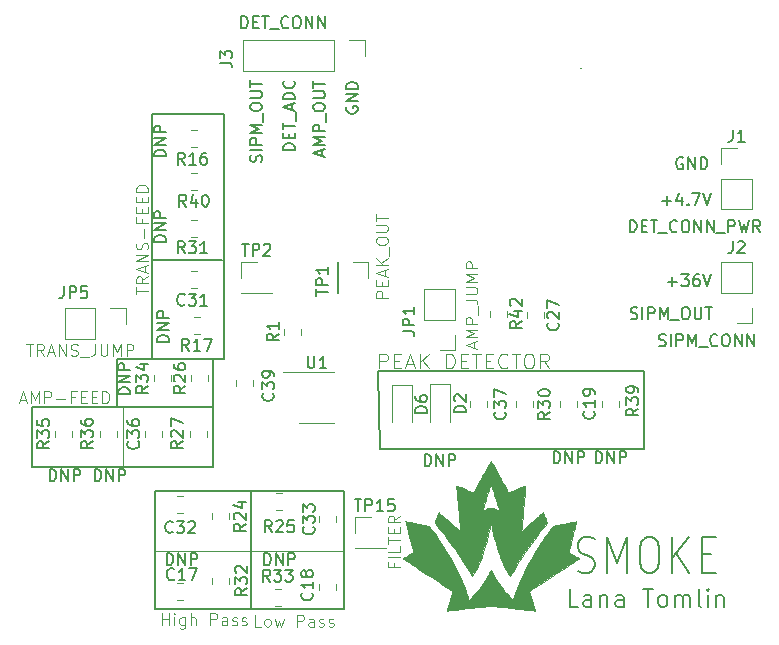
<source format=gbr>
%TF.GenerationSoftware,KiCad,Pcbnew,(5.1.9)-1*%
%TF.CreationDate,2021-07-10T10:04:42-04:00*%
%TF.ProjectId,detector_circuit_alt_LTC6254,64657465-6374-46f7-925f-636972637569,rev?*%
%TF.SameCoordinates,Original*%
%TF.FileFunction,Legend,Top*%
%TF.FilePolarity,Positive*%
%FSLAX46Y46*%
G04 Gerber Fmt 4.6, Leading zero omitted, Abs format (unit mm)*
G04 Created by KiCad (PCBNEW (5.1.9)-1) date 2021-07-10 10:04:42*
%MOMM*%
%LPD*%
G01*
G04 APERTURE LIST*
%ADD10C,0.150000*%
%ADD11C,0.100000*%
%ADD12C,0.120000*%
%ADD13C,0.010000*%
G04 APERTURE END LIST*
D10*
X118221285Y-133421380D02*
X118221285Y-132421380D01*
X118459380Y-132421380D01*
X118602238Y-132469000D01*
X118697476Y-132564238D01*
X118745095Y-132659476D01*
X118792714Y-132849952D01*
X118792714Y-132992809D01*
X118745095Y-133183285D01*
X118697476Y-133278523D01*
X118602238Y-133373761D01*
X118459380Y-133421380D01*
X118221285Y-133421380D01*
X119221285Y-133421380D02*
X119221285Y-132421380D01*
X119792714Y-133421380D01*
X119792714Y-132421380D01*
X120268904Y-133421380D02*
X120268904Y-132421380D01*
X120649857Y-132421380D01*
X120745095Y-132469000D01*
X120792714Y-132516619D01*
X120840333Y-132611857D01*
X120840333Y-132754714D01*
X120792714Y-132849952D01*
X120745095Y-132897571D01*
X120649857Y-132945190D01*
X120268904Y-132945190D01*
X131199666Y-142311285D02*
X131556809Y-142454142D01*
X132152047Y-142454142D01*
X132390142Y-142311285D01*
X132509190Y-142168428D01*
X132628238Y-141882714D01*
X132628238Y-141597000D01*
X132509190Y-141311285D01*
X132390142Y-141168428D01*
X132152047Y-141025571D01*
X131675857Y-140882714D01*
X131437761Y-140739857D01*
X131318714Y-140597000D01*
X131199666Y-140311285D01*
X131199666Y-140025571D01*
X131318714Y-139739857D01*
X131437761Y-139597000D01*
X131675857Y-139454142D01*
X132271095Y-139454142D01*
X132628238Y-139597000D01*
X133699666Y-142454142D02*
X133699666Y-139454142D01*
X134533000Y-141597000D01*
X135366333Y-139454142D01*
X135366333Y-142454142D01*
X137033000Y-139454142D02*
X137509190Y-139454142D01*
X137747285Y-139597000D01*
X137985380Y-139882714D01*
X138104428Y-140454142D01*
X138104428Y-141454142D01*
X137985380Y-142025571D01*
X137747285Y-142311285D01*
X137509190Y-142454142D01*
X137033000Y-142454142D01*
X136794904Y-142311285D01*
X136556809Y-142025571D01*
X136437761Y-141454142D01*
X136437761Y-140454142D01*
X136556809Y-139882714D01*
X136794904Y-139597000D01*
X137033000Y-139454142D01*
X139175857Y-142454142D02*
X139175857Y-139454142D01*
X140604428Y-142454142D02*
X139533000Y-140739857D01*
X140604428Y-139454142D02*
X139175857Y-141168428D01*
X141675857Y-140882714D02*
X142509190Y-140882714D01*
X142866333Y-142454142D02*
X141675857Y-142454142D01*
X141675857Y-139454142D01*
X142866333Y-139454142D01*
X136779000Y-131953000D02*
X136779000Y-125349000D01*
X114427000Y-131953000D02*
X136779000Y-131953000D01*
X114300000Y-125349000D02*
X114427000Y-131953000D01*
X95123000Y-124333000D02*
X95123000Y-103632000D01*
X101219000Y-124333000D02*
X100330000Y-124333000D01*
X101219000Y-123952000D02*
X101219000Y-124333000D01*
X84963000Y-133477000D02*
X100330000Y-133477000D01*
X111641000Y-102996904D02*
X111593380Y-103092142D01*
X111593380Y-103235000D01*
X111641000Y-103377857D01*
X111736238Y-103473095D01*
X111831476Y-103520714D01*
X112021952Y-103568333D01*
X112164809Y-103568333D01*
X112355285Y-103520714D01*
X112450523Y-103473095D01*
X112545761Y-103377857D01*
X112593380Y-103235000D01*
X112593380Y-103139761D01*
X112545761Y-102996904D01*
X112498142Y-102949285D01*
X112164809Y-102949285D01*
X112164809Y-103139761D01*
X112593380Y-102520714D02*
X111593380Y-102520714D01*
X112593380Y-101949285D01*
X111593380Y-101949285D01*
X112593380Y-101473095D02*
X111593380Y-101473095D01*
X111593380Y-101235000D01*
X111641000Y-101092142D01*
X111736238Y-100996904D01*
X111831476Y-100949285D01*
X112021952Y-100901666D01*
X112164809Y-100901666D01*
X112355285Y-100949285D01*
X112450523Y-100996904D01*
X112545761Y-101092142D01*
X112593380Y-101235000D01*
X112593380Y-101473095D01*
X109513666Y-107132047D02*
X109513666Y-106655857D01*
X109799380Y-107227285D02*
X108799380Y-106893952D01*
X109799380Y-106560619D01*
X109799380Y-106227285D02*
X108799380Y-106227285D01*
X109513666Y-105893952D01*
X108799380Y-105560619D01*
X109799380Y-105560619D01*
X109799380Y-105084428D02*
X108799380Y-105084428D01*
X108799380Y-104703476D01*
X108847000Y-104608238D01*
X108894619Y-104560619D01*
X108989857Y-104513000D01*
X109132714Y-104513000D01*
X109227952Y-104560619D01*
X109275571Y-104608238D01*
X109323190Y-104703476D01*
X109323190Y-105084428D01*
X109894619Y-104322523D02*
X109894619Y-103560619D01*
X108799380Y-103132047D02*
X108799380Y-102941571D01*
X108847000Y-102846333D01*
X108942238Y-102751095D01*
X109132714Y-102703476D01*
X109466047Y-102703476D01*
X109656523Y-102751095D01*
X109751761Y-102846333D01*
X109799380Y-102941571D01*
X109799380Y-103132047D01*
X109751761Y-103227285D01*
X109656523Y-103322523D01*
X109466047Y-103370142D01*
X109132714Y-103370142D01*
X108942238Y-103322523D01*
X108847000Y-103227285D01*
X108799380Y-103132047D01*
X108799380Y-102274904D02*
X109608904Y-102274904D01*
X109704142Y-102227285D01*
X109751761Y-102179666D01*
X109799380Y-102084428D01*
X109799380Y-101893952D01*
X109751761Y-101798714D01*
X109704142Y-101751095D01*
X109608904Y-101703476D01*
X108799380Y-101703476D01*
X108799380Y-101370142D02*
X108799380Y-100798714D01*
X109799380Y-101084428D02*
X108799380Y-101084428D01*
X107259380Y-106663761D02*
X106259380Y-106663761D01*
X106259380Y-106425666D01*
X106307000Y-106282809D01*
X106402238Y-106187571D01*
X106497476Y-106139952D01*
X106687952Y-106092333D01*
X106830809Y-106092333D01*
X107021285Y-106139952D01*
X107116523Y-106187571D01*
X107211761Y-106282809D01*
X107259380Y-106425666D01*
X107259380Y-106663761D01*
X106735571Y-105663761D02*
X106735571Y-105330428D01*
X107259380Y-105187571D02*
X107259380Y-105663761D01*
X106259380Y-105663761D01*
X106259380Y-105187571D01*
X106259380Y-104901857D02*
X106259380Y-104330428D01*
X107259380Y-104616142D02*
X106259380Y-104616142D01*
X107354619Y-104235190D02*
X107354619Y-103473285D01*
X106973666Y-103282809D02*
X106973666Y-102806619D01*
X107259380Y-103378047D02*
X106259380Y-103044714D01*
X107259380Y-102711380D01*
X107259380Y-102378047D02*
X106259380Y-102378047D01*
X106259380Y-102139952D01*
X106307000Y-101997095D01*
X106402238Y-101901857D01*
X106497476Y-101854238D01*
X106687952Y-101806619D01*
X106830809Y-101806619D01*
X107021285Y-101854238D01*
X107116523Y-101901857D01*
X107211761Y-101997095D01*
X107259380Y-102139952D01*
X107259380Y-102378047D01*
X107164142Y-100806619D02*
X107211761Y-100854238D01*
X107259380Y-100997095D01*
X107259380Y-101092333D01*
X107211761Y-101235190D01*
X107116523Y-101330428D01*
X107021285Y-101378047D01*
X106830809Y-101425666D01*
X106687952Y-101425666D01*
X106497476Y-101378047D01*
X106402238Y-101330428D01*
X106307000Y-101235190D01*
X106259380Y-101092333D01*
X106259380Y-100997095D01*
X106307000Y-100854238D01*
X106354619Y-100806619D01*
X104417761Y-107671761D02*
X104465380Y-107528904D01*
X104465380Y-107290809D01*
X104417761Y-107195571D01*
X104370142Y-107147952D01*
X104274904Y-107100333D01*
X104179666Y-107100333D01*
X104084428Y-107147952D01*
X104036809Y-107195571D01*
X103989190Y-107290809D01*
X103941571Y-107481285D01*
X103893952Y-107576523D01*
X103846333Y-107624142D01*
X103751095Y-107671761D01*
X103655857Y-107671761D01*
X103560619Y-107624142D01*
X103513000Y-107576523D01*
X103465380Y-107481285D01*
X103465380Y-107243190D01*
X103513000Y-107100333D01*
X104465380Y-106671761D02*
X103465380Y-106671761D01*
X104465380Y-106195571D02*
X103465380Y-106195571D01*
X103465380Y-105814619D01*
X103513000Y-105719380D01*
X103560619Y-105671761D01*
X103655857Y-105624142D01*
X103798714Y-105624142D01*
X103893952Y-105671761D01*
X103941571Y-105719380D01*
X103989190Y-105814619D01*
X103989190Y-106195571D01*
X104465380Y-105195571D02*
X103465380Y-105195571D01*
X104179666Y-104862238D01*
X103465380Y-104528904D01*
X104465380Y-104528904D01*
X104560619Y-104290809D02*
X104560619Y-103528904D01*
X103465380Y-103100333D02*
X103465380Y-102909857D01*
X103513000Y-102814619D01*
X103608238Y-102719380D01*
X103798714Y-102671761D01*
X104132047Y-102671761D01*
X104322523Y-102719380D01*
X104417761Y-102814619D01*
X104465380Y-102909857D01*
X104465380Y-103100333D01*
X104417761Y-103195571D01*
X104322523Y-103290809D01*
X104132047Y-103338428D01*
X103798714Y-103338428D01*
X103608238Y-103290809D01*
X103513000Y-103195571D01*
X103465380Y-103100333D01*
X103465380Y-102243190D02*
X104274904Y-102243190D01*
X104370142Y-102195571D01*
X104417761Y-102147952D01*
X104465380Y-102052714D01*
X104465380Y-101862238D01*
X104417761Y-101767000D01*
X104370142Y-101719380D01*
X104274904Y-101671761D01*
X103465380Y-101671761D01*
X103465380Y-101338428D02*
X103465380Y-100767000D01*
X104465380Y-101052714D02*
X103465380Y-101052714D01*
X140081095Y-107323000D02*
X139985857Y-107275380D01*
X139843000Y-107275380D01*
X139700142Y-107323000D01*
X139604904Y-107418238D01*
X139557285Y-107513476D01*
X139509666Y-107703952D01*
X139509666Y-107846809D01*
X139557285Y-108037285D01*
X139604904Y-108132523D01*
X139700142Y-108227761D01*
X139843000Y-108275380D01*
X139938238Y-108275380D01*
X140081095Y-108227761D01*
X140128714Y-108180142D01*
X140128714Y-107846809D01*
X139938238Y-107846809D01*
X140557285Y-108275380D02*
X140557285Y-107275380D01*
X141128714Y-108275380D01*
X141128714Y-107275380D01*
X141604904Y-108275380D02*
X141604904Y-107275380D01*
X141843000Y-107275380D01*
X141985857Y-107323000D01*
X142081095Y-107418238D01*
X142128714Y-107513476D01*
X142176333Y-107703952D01*
X142176333Y-107846809D01*
X142128714Y-108037285D01*
X142081095Y-108132523D01*
X141985857Y-108227761D01*
X141843000Y-108275380D01*
X141604904Y-108275380D01*
X138335000Y-110942428D02*
X139096904Y-110942428D01*
X138715952Y-111323380D02*
X138715952Y-110561476D01*
X140001666Y-110656714D02*
X140001666Y-111323380D01*
X139763571Y-110275761D02*
X139525476Y-110990047D01*
X140144523Y-110990047D01*
X140525476Y-111228142D02*
X140573095Y-111275761D01*
X140525476Y-111323380D01*
X140477857Y-111275761D01*
X140525476Y-111228142D01*
X140525476Y-111323380D01*
X140906428Y-110323380D02*
X141573095Y-110323380D01*
X141144523Y-111323380D01*
X141811190Y-110323380D02*
X142144523Y-111323380D01*
X142477857Y-110323380D01*
X138827095Y-117800428D02*
X139589000Y-117800428D01*
X139208047Y-118181380D02*
X139208047Y-117419476D01*
X139969952Y-117181380D02*
X140589000Y-117181380D01*
X140255666Y-117562333D01*
X140398523Y-117562333D01*
X140493761Y-117609952D01*
X140541380Y-117657571D01*
X140589000Y-117752809D01*
X140589000Y-117990904D01*
X140541380Y-118086142D01*
X140493761Y-118133761D01*
X140398523Y-118181380D01*
X140112809Y-118181380D01*
X140017571Y-118133761D01*
X139969952Y-118086142D01*
X141446142Y-117181380D02*
X141255666Y-117181380D01*
X141160428Y-117229000D01*
X141112809Y-117276619D01*
X141017571Y-117419476D01*
X140969952Y-117609952D01*
X140969952Y-117990904D01*
X141017571Y-118086142D01*
X141065190Y-118133761D01*
X141160428Y-118181380D01*
X141350904Y-118181380D01*
X141446142Y-118133761D01*
X141493761Y-118086142D01*
X141541380Y-117990904D01*
X141541380Y-117752809D01*
X141493761Y-117657571D01*
X141446142Y-117609952D01*
X141350904Y-117562333D01*
X141160428Y-117562333D01*
X141065190Y-117609952D01*
X141017571Y-117657571D01*
X140969952Y-117752809D01*
X141827095Y-117181380D02*
X142160428Y-118181380D01*
X142493761Y-117181380D01*
X135660238Y-120927761D02*
X135803095Y-120975380D01*
X136041190Y-120975380D01*
X136136428Y-120927761D01*
X136184047Y-120880142D01*
X136231666Y-120784904D01*
X136231666Y-120689666D01*
X136184047Y-120594428D01*
X136136428Y-120546809D01*
X136041190Y-120499190D01*
X135850714Y-120451571D01*
X135755476Y-120403952D01*
X135707857Y-120356333D01*
X135660238Y-120261095D01*
X135660238Y-120165857D01*
X135707857Y-120070619D01*
X135755476Y-120023000D01*
X135850714Y-119975380D01*
X136088809Y-119975380D01*
X136231666Y-120023000D01*
X136660238Y-120975380D02*
X136660238Y-119975380D01*
X137136428Y-120975380D02*
X137136428Y-119975380D01*
X137517380Y-119975380D01*
X137612619Y-120023000D01*
X137660238Y-120070619D01*
X137707857Y-120165857D01*
X137707857Y-120308714D01*
X137660238Y-120403952D01*
X137612619Y-120451571D01*
X137517380Y-120499190D01*
X137136428Y-120499190D01*
X138136428Y-120975380D02*
X138136428Y-119975380D01*
X138469761Y-120689666D01*
X138803095Y-119975380D01*
X138803095Y-120975380D01*
X139041190Y-121070619D02*
X139803095Y-121070619D01*
X140231666Y-119975380D02*
X140422142Y-119975380D01*
X140517380Y-120023000D01*
X140612619Y-120118238D01*
X140660238Y-120308714D01*
X140660238Y-120642047D01*
X140612619Y-120832523D01*
X140517380Y-120927761D01*
X140422142Y-120975380D01*
X140231666Y-120975380D01*
X140136428Y-120927761D01*
X140041190Y-120832523D01*
X139993571Y-120642047D01*
X139993571Y-120308714D01*
X140041190Y-120118238D01*
X140136428Y-120023000D01*
X140231666Y-119975380D01*
X141088809Y-119975380D02*
X141088809Y-120784904D01*
X141136428Y-120880142D01*
X141184047Y-120927761D01*
X141279285Y-120975380D01*
X141469761Y-120975380D01*
X141565000Y-120927761D01*
X141612619Y-120880142D01*
X141660238Y-120784904D01*
X141660238Y-119975380D01*
X141993571Y-119975380D02*
X142565000Y-119975380D01*
X142279285Y-120975380D02*
X142279285Y-119975380D01*
X131445000Y-99695000D02*
X131445000Y-99695000D01*
X111379000Y-145542000D02*
X111379000Y-144780000D01*
X95377000Y-145542000D02*
X111379000Y-145542000D01*
X131211571Y-145331571D02*
X130497285Y-145331571D01*
X130497285Y-143831571D01*
X132354428Y-145331571D02*
X132354428Y-144545857D01*
X132283000Y-144403000D01*
X132140142Y-144331571D01*
X131854428Y-144331571D01*
X131711571Y-144403000D01*
X132354428Y-145260142D02*
X132211571Y-145331571D01*
X131854428Y-145331571D01*
X131711571Y-145260142D01*
X131640142Y-145117285D01*
X131640142Y-144974428D01*
X131711571Y-144831571D01*
X131854428Y-144760142D01*
X132211571Y-144760142D01*
X132354428Y-144688714D01*
X133068714Y-144331571D02*
X133068714Y-145331571D01*
X133068714Y-144474428D02*
X133140142Y-144403000D01*
X133283000Y-144331571D01*
X133497285Y-144331571D01*
X133640142Y-144403000D01*
X133711571Y-144545857D01*
X133711571Y-145331571D01*
X135068714Y-145331571D02*
X135068714Y-144545857D01*
X134997285Y-144403000D01*
X134854428Y-144331571D01*
X134568714Y-144331571D01*
X134425857Y-144403000D01*
X135068714Y-145260142D02*
X134925857Y-145331571D01*
X134568714Y-145331571D01*
X134425857Y-145260142D01*
X134354428Y-145117285D01*
X134354428Y-144974428D01*
X134425857Y-144831571D01*
X134568714Y-144760142D01*
X134925857Y-144760142D01*
X135068714Y-144688714D01*
X136711571Y-143831571D02*
X137568714Y-143831571D01*
X137140142Y-145331571D02*
X137140142Y-143831571D01*
X138283000Y-145331571D02*
X138140142Y-145260142D01*
X138068714Y-145188714D01*
X137997285Y-145045857D01*
X137997285Y-144617285D01*
X138068714Y-144474428D01*
X138140142Y-144403000D01*
X138283000Y-144331571D01*
X138497285Y-144331571D01*
X138640142Y-144403000D01*
X138711571Y-144474428D01*
X138783000Y-144617285D01*
X138783000Y-145045857D01*
X138711571Y-145188714D01*
X138640142Y-145260142D01*
X138497285Y-145331571D01*
X138283000Y-145331571D01*
X139425857Y-145331571D02*
X139425857Y-144331571D01*
X139425857Y-144474428D02*
X139497285Y-144403000D01*
X139640142Y-144331571D01*
X139854428Y-144331571D01*
X139997285Y-144403000D01*
X140068714Y-144545857D01*
X140068714Y-145331571D01*
X140068714Y-144545857D02*
X140140142Y-144403000D01*
X140283000Y-144331571D01*
X140497285Y-144331571D01*
X140640142Y-144403000D01*
X140711571Y-144545857D01*
X140711571Y-145331571D01*
X141640142Y-145331571D02*
X141497285Y-145260142D01*
X141425857Y-145117285D01*
X141425857Y-143831571D01*
X142211571Y-145331571D02*
X142211571Y-144331571D01*
X142211571Y-143831571D02*
X142140142Y-143903000D01*
X142211571Y-143974428D01*
X142283000Y-143903000D01*
X142211571Y-143831571D01*
X142211571Y-143974428D01*
X142925857Y-144331571D02*
X142925857Y-145331571D01*
X142925857Y-144474428D02*
X142997285Y-144403000D01*
X143140142Y-144331571D01*
X143354428Y-144331571D01*
X143497285Y-144403000D01*
X143568714Y-144545857D01*
X143568714Y-145331571D01*
D11*
X114396142Y-125152476D02*
X114396142Y-123902476D01*
X114872333Y-123902476D01*
X114991380Y-123962000D01*
X115050904Y-124021523D01*
X115110428Y-124140571D01*
X115110428Y-124319142D01*
X115050904Y-124438190D01*
X114991380Y-124497714D01*
X114872333Y-124557238D01*
X114396142Y-124557238D01*
X115646142Y-124497714D02*
X116062809Y-124497714D01*
X116241380Y-125152476D02*
X115646142Y-125152476D01*
X115646142Y-123902476D01*
X116241380Y-123902476D01*
X116717571Y-124795333D02*
X117312809Y-124795333D01*
X116598523Y-125152476D02*
X117015190Y-123902476D01*
X117431857Y-125152476D01*
X117848523Y-125152476D02*
X117848523Y-123902476D01*
X118562809Y-125152476D02*
X118027095Y-124438190D01*
X118562809Y-123902476D02*
X117848523Y-124616761D01*
X120050904Y-125152476D02*
X120050904Y-123902476D01*
X120348523Y-123902476D01*
X120527095Y-123962000D01*
X120646142Y-124081047D01*
X120705666Y-124200095D01*
X120765190Y-124438190D01*
X120765190Y-124616761D01*
X120705666Y-124854857D01*
X120646142Y-124973904D01*
X120527095Y-125092952D01*
X120348523Y-125152476D01*
X120050904Y-125152476D01*
X121300904Y-124497714D02*
X121717571Y-124497714D01*
X121896142Y-125152476D02*
X121300904Y-125152476D01*
X121300904Y-123902476D01*
X121896142Y-123902476D01*
X122253285Y-123902476D02*
X122967571Y-123902476D01*
X122610428Y-125152476D02*
X122610428Y-123902476D01*
X123384238Y-124497714D02*
X123800904Y-124497714D01*
X123979476Y-125152476D02*
X123384238Y-125152476D01*
X123384238Y-123902476D01*
X123979476Y-123902476D01*
X125229476Y-125033428D02*
X125169952Y-125092952D01*
X124991380Y-125152476D01*
X124872333Y-125152476D01*
X124693761Y-125092952D01*
X124574714Y-124973904D01*
X124515190Y-124854857D01*
X124455666Y-124616761D01*
X124455666Y-124438190D01*
X124515190Y-124200095D01*
X124574714Y-124081047D01*
X124693761Y-123962000D01*
X124872333Y-123902476D01*
X124991380Y-123902476D01*
X125169952Y-123962000D01*
X125229476Y-124021523D01*
X125586619Y-123902476D02*
X126300904Y-123902476D01*
X125943761Y-125152476D02*
X125943761Y-123902476D01*
X126955666Y-123902476D02*
X127193761Y-123902476D01*
X127312809Y-123962000D01*
X127431857Y-124081047D01*
X127491380Y-124319142D01*
X127491380Y-124735809D01*
X127431857Y-124973904D01*
X127312809Y-125092952D01*
X127193761Y-125152476D01*
X126955666Y-125152476D01*
X126836619Y-125092952D01*
X126717571Y-124973904D01*
X126658047Y-124735809D01*
X126658047Y-124319142D01*
X126717571Y-124081047D01*
X126836619Y-123962000D01*
X126955666Y-123902476D01*
X128741380Y-125152476D02*
X128324714Y-124557238D01*
X128027095Y-125152476D02*
X128027095Y-123902476D01*
X128503285Y-123902476D01*
X128622333Y-123962000D01*
X128681857Y-124021523D01*
X128741380Y-124140571D01*
X128741380Y-124319142D01*
X128681857Y-124438190D01*
X128622333Y-124497714D01*
X128503285Y-124557238D01*
X128027095Y-124557238D01*
X83995095Y-127801666D02*
X84471285Y-127801666D01*
X83899857Y-128087380D02*
X84233190Y-127087380D01*
X84566523Y-128087380D01*
X84899857Y-128087380D02*
X84899857Y-127087380D01*
X85233190Y-127801666D01*
X85566523Y-127087380D01*
X85566523Y-128087380D01*
X86042714Y-128087380D02*
X86042714Y-127087380D01*
X86423666Y-127087380D01*
X86518904Y-127135000D01*
X86566523Y-127182619D01*
X86614142Y-127277857D01*
X86614142Y-127420714D01*
X86566523Y-127515952D01*
X86518904Y-127563571D01*
X86423666Y-127611190D01*
X86042714Y-127611190D01*
X87042714Y-127706428D02*
X87804619Y-127706428D01*
X88614142Y-127563571D02*
X88280809Y-127563571D01*
X88280809Y-128087380D02*
X88280809Y-127087380D01*
X88757000Y-127087380D01*
X89137952Y-127563571D02*
X89471285Y-127563571D01*
X89614142Y-128087380D02*
X89137952Y-128087380D01*
X89137952Y-127087380D01*
X89614142Y-127087380D01*
X90042714Y-127563571D02*
X90376047Y-127563571D01*
X90518904Y-128087380D02*
X90042714Y-128087380D01*
X90042714Y-127087380D01*
X90518904Y-127087380D01*
X90947476Y-128087380D02*
X90947476Y-127087380D01*
X91185571Y-127087380D01*
X91328428Y-127135000D01*
X91423666Y-127230238D01*
X91471285Y-127325476D01*
X91518904Y-127515952D01*
X91518904Y-127658809D01*
X91471285Y-127849285D01*
X91423666Y-127944523D01*
X91328428Y-128039761D01*
X91185571Y-128087380D01*
X90947476Y-128087380D01*
D10*
X95377000Y-135509000D02*
X95377000Y-136144000D01*
X111379000Y-135509000D02*
X95377000Y-135509000D01*
D11*
X103505000Y-140589000D02*
X95377000Y-140589000D01*
X104378476Y-147010380D02*
X103902285Y-147010380D01*
X103902285Y-146010380D01*
X104854666Y-147010380D02*
X104759428Y-146962761D01*
X104711809Y-146915142D01*
X104664190Y-146819904D01*
X104664190Y-146534190D01*
X104711809Y-146438952D01*
X104759428Y-146391333D01*
X104854666Y-146343714D01*
X104997523Y-146343714D01*
X105092761Y-146391333D01*
X105140380Y-146438952D01*
X105188000Y-146534190D01*
X105188000Y-146819904D01*
X105140380Y-146915142D01*
X105092761Y-146962761D01*
X104997523Y-147010380D01*
X104854666Y-147010380D01*
X105521333Y-146343714D02*
X105711809Y-147010380D01*
X105902285Y-146534190D01*
X106092761Y-147010380D01*
X106283238Y-146343714D01*
X107426095Y-147010380D02*
X107426095Y-146010380D01*
X107807047Y-146010380D01*
X107902285Y-146058000D01*
X107949904Y-146105619D01*
X107997523Y-146200857D01*
X107997523Y-146343714D01*
X107949904Y-146438952D01*
X107902285Y-146486571D01*
X107807047Y-146534190D01*
X107426095Y-146534190D01*
X108854666Y-147010380D02*
X108854666Y-146486571D01*
X108807047Y-146391333D01*
X108711809Y-146343714D01*
X108521333Y-146343714D01*
X108426095Y-146391333D01*
X108854666Y-146962761D02*
X108759428Y-147010380D01*
X108521333Y-147010380D01*
X108426095Y-146962761D01*
X108378476Y-146867523D01*
X108378476Y-146772285D01*
X108426095Y-146677047D01*
X108521333Y-146629428D01*
X108759428Y-146629428D01*
X108854666Y-146581809D01*
X109283238Y-146962761D02*
X109378476Y-147010380D01*
X109568952Y-147010380D01*
X109664190Y-146962761D01*
X109711809Y-146867523D01*
X109711809Y-146819904D01*
X109664190Y-146724666D01*
X109568952Y-146677047D01*
X109426095Y-146677047D01*
X109330857Y-146629428D01*
X109283238Y-146534190D01*
X109283238Y-146486571D01*
X109330857Y-146391333D01*
X109426095Y-146343714D01*
X109568952Y-146343714D01*
X109664190Y-146391333D01*
X110092761Y-146962761D02*
X110188000Y-147010380D01*
X110378476Y-147010380D01*
X110473714Y-146962761D01*
X110521333Y-146867523D01*
X110521333Y-146819904D01*
X110473714Y-146724666D01*
X110378476Y-146677047D01*
X110235619Y-146677047D01*
X110140380Y-146629428D01*
X110092761Y-146534190D01*
X110092761Y-146486571D01*
X110140380Y-146391333D01*
X110235619Y-146343714D01*
X110378476Y-146343714D01*
X110473714Y-146391333D01*
X95996571Y-146883380D02*
X95996571Y-145883380D01*
X95996571Y-146359571D02*
X96568000Y-146359571D01*
X96568000Y-146883380D02*
X96568000Y-145883380D01*
X97044190Y-146883380D02*
X97044190Y-146216714D01*
X97044190Y-145883380D02*
X96996571Y-145931000D01*
X97044190Y-145978619D01*
X97091809Y-145931000D01*
X97044190Y-145883380D01*
X97044190Y-145978619D01*
X97948952Y-146216714D02*
X97948952Y-147026238D01*
X97901333Y-147121476D01*
X97853714Y-147169095D01*
X97758476Y-147216714D01*
X97615619Y-147216714D01*
X97520380Y-147169095D01*
X97948952Y-146835761D02*
X97853714Y-146883380D01*
X97663238Y-146883380D01*
X97568000Y-146835761D01*
X97520380Y-146788142D01*
X97472761Y-146692904D01*
X97472761Y-146407190D01*
X97520380Y-146311952D01*
X97568000Y-146264333D01*
X97663238Y-146216714D01*
X97853714Y-146216714D01*
X97948952Y-146264333D01*
X98425142Y-146883380D02*
X98425142Y-145883380D01*
X98853714Y-146883380D02*
X98853714Y-146359571D01*
X98806095Y-146264333D01*
X98710857Y-146216714D01*
X98568000Y-146216714D01*
X98472761Y-146264333D01*
X98425142Y-146311952D01*
X100091809Y-146883380D02*
X100091809Y-145883380D01*
X100472761Y-145883380D01*
X100568000Y-145931000D01*
X100615619Y-145978619D01*
X100663238Y-146073857D01*
X100663238Y-146216714D01*
X100615619Y-146311952D01*
X100568000Y-146359571D01*
X100472761Y-146407190D01*
X100091809Y-146407190D01*
X101520380Y-146883380D02*
X101520380Y-146359571D01*
X101472761Y-146264333D01*
X101377523Y-146216714D01*
X101187047Y-146216714D01*
X101091809Y-146264333D01*
X101520380Y-146835761D02*
X101425142Y-146883380D01*
X101187047Y-146883380D01*
X101091809Y-146835761D01*
X101044190Y-146740523D01*
X101044190Y-146645285D01*
X101091809Y-146550047D01*
X101187047Y-146502428D01*
X101425142Y-146502428D01*
X101520380Y-146454809D01*
X101948952Y-146835761D02*
X102044190Y-146883380D01*
X102234666Y-146883380D01*
X102329904Y-146835761D01*
X102377523Y-146740523D01*
X102377523Y-146692904D01*
X102329904Y-146597666D01*
X102234666Y-146550047D01*
X102091809Y-146550047D01*
X101996571Y-146502428D01*
X101948952Y-146407190D01*
X101948952Y-146359571D01*
X101996571Y-146264333D01*
X102091809Y-146216714D01*
X102234666Y-146216714D01*
X102329904Y-146264333D01*
X102758476Y-146835761D02*
X102853714Y-146883380D01*
X103044190Y-146883380D01*
X103139428Y-146835761D01*
X103187047Y-146740523D01*
X103187047Y-146692904D01*
X103139428Y-146597666D01*
X103044190Y-146550047D01*
X102901333Y-146550047D01*
X102806095Y-146502428D01*
X102758476Y-146407190D01*
X102758476Y-146359571D01*
X102806095Y-146264333D01*
X102901333Y-146216714D01*
X103044190Y-146216714D01*
X103139428Y-146264333D01*
D10*
X84963000Y-128397000D02*
X84963000Y-133477000D01*
X100330000Y-128397000D02*
X100330000Y-124333000D01*
X100330000Y-124333000D02*
X92202000Y-124333000D01*
X92202000Y-124333000D02*
X92202000Y-128397000D01*
D11*
X93813380Y-118839666D02*
X93813380Y-118268238D01*
X94813380Y-118553952D02*
X93813380Y-118553952D01*
X94813380Y-117363476D02*
X94337190Y-117696809D01*
X94813380Y-117934904D02*
X93813380Y-117934904D01*
X93813380Y-117553952D01*
X93861000Y-117458714D01*
X93908619Y-117411095D01*
X94003857Y-117363476D01*
X94146714Y-117363476D01*
X94241952Y-117411095D01*
X94289571Y-117458714D01*
X94337190Y-117553952D01*
X94337190Y-117934904D01*
X94527666Y-116982523D02*
X94527666Y-116506333D01*
X94813380Y-117077761D02*
X93813380Y-116744428D01*
X94813380Y-116411095D01*
X94813380Y-116077761D02*
X93813380Y-116077761D01*
X94813380Y-115506333D01*
X93813380Y-115506333D01*
X94765761Y-115077761D02*
X94813380Y-114934904D01*
X94813380Y-114696809D01*
X94765761Y-114601571D01*
X94718142Y-114553952D01*
X94622904Y-114506333D01*
X94527666Y-114506333D01*
X94432428Y-114553952D01*
X94384809Y-114601571D01*
X94337190Y-114696809D01*
X94289571Y-114887285D01*
X94241952Y-114982523D01*
X94194333Y-115030142D01*
X94099095Y-115077761D01*
X94003857Y-115077761D01*
X93908619Y-115030142D01*
X93861000Y-114982523D01*
X93813380Y-114887285D01*
X93813380Y-114649190D01*
X93861000Y-114506333D01*
X94432428Y-114077761D02*
X94432428Y-113315857D01*
X94289571Y-112506333D02*
X94289571Y-112839666D01*
X94813380Y-112839666D02*
X93813380Y-112839666D01*
X93813380Y-112363476D01*
X94289571Y-111982523D02*
X94289571Y-111649190D01*
X94813380Y-111506333D02*
X94813380Y-111982523D01*
X93813380Y-111982523D01*
X93813380Y-111506333D01*
X94289571Y-111077761D02*
X94289571Y-110744428D01*
X94813380Y-110601571D02*
X94813380Y-111077761D01*
X93813380Y-111077761D01*
X93813380Y-110601571D01*
X94813380Y-110173000D02*
X93813380Y-110173000D01*
X93813380Y-109934904D01*
X93861000Y-109792047D01*
X93956238Y-109696809D01*
X94051476Y-109649190D01*
X94241952Y-109601571D01*
X94384809Y-109601571D01*
X94575285Y-109649190D01*
X94670523Y-109696809D01*
X94765761Y-109792047D01*
X94813380Y-109934904D01*
X94813380Y-110173000D01*
X111379000Y-140589000D02*
X103505000Y-140589000D01*
D10*
X103505000Y-135509000D02*
X103505000Y-145415000D01*
X95377000Y-145542000D02*
X95377000Y-136017000D01*
X111379000Y-135509000D02*
X111379000Y-144780000D01*
X95123000Y-115951000D02*
X101092000Y-115951000D01*
D11*
X92710000Y-133477000D02*
X92710000Y-128397000D01*
D10*
X136779000Y-125349000D02*
X114300000Y-125349000D01*
X100330000Y-128397000D02*
X84963000Y-128397000D01*
X100330000Y-133477000D02*
X100330000Y-128397000D01*
X101219000Y-103632000D02*
X95123000Y-103632000D01*
X101219000Y-123952000D02*
X101219000Y-103632000D01*
D12*
%TO.C,TP2*%
X102683000Y-118805000D02*
X105343000Y-118805000D01*
X102683000Y-118745000D02*
X102683000Y-118805000D01*
X105343000Y-118745000D02*
X105343000Y-118805000D01*
X102683000Y-118745000D02*
X105343000Y-118745000D01*
X102683000Y-117475000D02*
X102683000Y-116145000D01*
X102683000Y-116145000D02*
X104013000Y-116145000D01*
%TO.C,U1*%
X109093000Y-125475000D02*
X106218000Y-125475000D01*
X109093000Y-125475000D02*
X110593000Y-125475000D01*
X109093000Y-129795000D02*
X107593000Y-129795000D01*
X109093000Y-129795000D02*
X110593000Y-129795000D01*
%TO.C,R1*%
X106351000Y-122308252D02*
X106351000Y-121785748D01*
X107771000Y-122308252D02*
X107771000Y-121785748D01*
%TO.C,TP15*%
X112335000Y-140395000D02*
X114995000Y-140395000D01*
X112335000Y-140335000D02*
X112335000Y-140395000D01*
X114995000Y-140335000D02*
X114995000Y-140395000D01*
X112335000Y-140335000D02*
X114995000Y-140335000D01*
X112335000Y-139065000D02*
X112335000Y-137735000D01*
X112335000Y-137735000D02*
X113665000Y-137735000D01*
%TO.C,R26*%
X98468000Y-126236252D02*
X98468000Y-125713748D01*
X99888000Y-126236252D02*
X99888000Y-125713748D01*
%TO.C,R34*%
X96722000Y-125722748D02*
X96722000Y-126245252D01*
X95302000Y-125722748D02*
X95302000Y-126245252D01*
%TO.C,JP1*%
X120837000Y-118431000D02*
X118177000Y-118431000D01*
X120837000Y-121031000D02*
X120837000Y-118431000D01*
X118177000Y-121031000D02*
X118177000Y-118431000D01*
X120837000Y-121031000D02*
X118177000Y-121031000D01*
X120837000Y-122301000D02*
X120837000Y-123631000D01*
X120837000Y-123631000D02*
X119507000Y-123631000D01*
%TO.C,R39*%
X134695000Y-127881748D02*
X134695000Y-128404252D01*
X133275000Y-127881748D02*
X133275000Y-128404252D01*
%TO.C,C32*%
X97788252Y-137362000D02*
X97265748Y-137362000D01*
X97788252Y-135942000D02*
X97265748Y-135942000D01*
%TO.C,C27*%
X128345000Y-120397748D02*
X128345000Y-120920252D01*
X126925000Y-120397748D02*
X126925000Y-120920252D01*
%TO.C,C37*%
X123519000Y-127881748D02*
X123519000Y-128404252D01*
X122099000Y-127881748D02*
X122099000Y-128404252D01*
%TO.C,R42*%
X125170000Y-120252748D02*
X125170000Y-120775252D01*
X123750000Y-120252748D02*
X123750000Y-120775252D01*
%TO.C,D2*%
X120357000Y-126497000D02*
X120357000Y-129647000D01*
X118657000Y-126497000D02*
X118657000Y-129647000D01*
X120357000Y-126497000D02*
X118657000Y-126497000D01*
%TO.C,TP1*%
X110811000Y-116145000D02*
X110811000Y-118805000D01*
X110871000Y-116145000D02*
X110811000Y-116145000D01*
X110871000Y-118805000D02*
X110811000Y-118805000D01*
X110871000Y-116145000D02*
X110871000Y-118805000D01*
X112141000Y-116145000D02*
X113471000Y-116145000D01*
X113471000Y-116145000D02*
X113471000Y-117475000D01*
%TO.C,JP5*%
X87760500Y-120018500D02*
X87760500Y-122678500D01*
X90360500Y-120018500D02*
X87760500Y-120018500D01*
X90360500Y-122678500D02*
X87760500Y-122678500D01*
X90360500Y-120018500D02*
X90360500Y-122678500D01*
X91630500Y-120018500D02*
X92960500Y-120018500D01*
X92960500Y-120018500D02*
X92960500Y-121348500D01*
%TO.C,R40*%
X98417748Y-108637000D02*
X98940252Y-108637000D01*
X98417748Y-110057000D02*
X98940252Y-110057000D01*
%TO.C,R36*%
X90730000Y-130953252D02*
X90730000Y-130430748D01*
X92150000Y-130953252D02*
X92150000Y-130430748D01*
%TO.C,R35*%
X86920000Y-130953252D02*
X86920000Y-130430748D01*
X88340000Y-130953252D02*
X88340000Y-130430748D01*
%TO.C,R33*%
X106043252Y-143816000D02*
X105520748Y-143816000D01*
X106043252Y-145236000D02*
X105520748Y-145236000D01*
%TO.C,R32*%
X100255000Y-143390252D02*
X100255000Y-142867748D01*
X101675000Y-143390252D02*
X101675000Y-142867748D01*
%TO.C,R31*%
X98417748Y-112574000D02*
X98940252Y-112574000D01*
X98417748Y-113994000D02*
X98940252Y-113994000D01*
%TO.C,R30*%
X127379800Y-127881748D02*
X127379800Y-128404252D01*
X125959800Y-127881748D02*
X125959800Y-128404252D01*
%TO.C,R27*%
X98350000Y-130953252D02*
X98350000Y-130430748D01*
X99770000Y-130953252D02*
X99770000Y-130430748D01*
%TO.C,R25*%
X106188252Y-137108000D02*
X105665748Y-137108000D01*
X106188252Y-135688000D02*
X105665748Y-135688000D01*
%TO.C,R24*%
X101675000Y-137397748D02*
X101675000Y-137920252D01*
X100255000Y-137397748D02*
X100255000Y-137920252D01*
%TO.C,R17*%
X98662748Y-120829000D02*
X99185252Y-120829000D01*
X98662748Y-122249000D02*
X99185252Y-122249000D01*
%TO.C,R16*%
X98417748Y-104954000D02*
X98940252Y-104954000D01*
X98417748Y-106374000D02*
X98940252Y-106374000D01*
%TO.C,D6*%
X117182000Y-126517000D02*
X115482000Y-126517000D01*
X115482000Y-126517000D02*
X115482000Y-129667000D01*
X117182000Y-126517000D02*
X117182000Y-129667000D01*
%TO.C,C39*%
X102287000Y-126635252D02*
X102287000Y-126112748D01*
X103707000Y-126635252D02*
X103707000Y-126112748D01*
%TO.C,C36*%
X94540000Y-130953252D02*
X94540000Y-130430748D01*
X95960000Y-130953252D02*
X95960000Y-130430748D01*
%TO.C,C33*%
X109272000Y-138174252D02*
X109272000Y-137651748D01*
X110692000Y-138174252D02*
X110692000Y-137651748D01*
%TO.C,C31*%
X98417748Y-116892000D02*
X98940252Y-116892000D01*
X98417748Y-118312000D02*
X98940252Y-118312000D01*
%TO.C,C19*%
X131139000Y-127881748D02*
X131139000Y-128404252D01*
X129719000Y-127881748D02*
X129719000Y-128404252D01*
%TO.C,C18*%
X109272000Y-143375748D02*
X109272000Y-143898252D01*
X110692000Y-143375748D02*
X110692000Y-143898252D01*
%TO.C,C17*%
X97788252Y-144728000D02*
X97265748Y-144728000D01*
X97788252Y-143308000D02*
X97265748Y-143308000D01*
%TO.C,J3*%
X102873500Y-97349000D02*
X102873500Y-100009000D01*
X110553500Y-97349000D02*
X102873500Y-97349000D01*
X110553500Y-100009000D02*
X102873500Y-100009000D01*
X110553500Y-97349000D02*
X110553500Y-100009000D01*
X111823500Y-97349000D02*
X113153500Y-97349000D01*
X113153500Y-97349000D02*
X113153500Y-98679000D01*
%TO.C,J2*%
X145983000Y-116145000D02*
X143323000Y-116145000D01*
X145983000Y-118745000D02*
X145983000Y-116145000D01*
X143323000Y-118745000D02*
X143323000Y-116145000D01*
X145983000Y-118745000D02*
X143323000Y-118745000D01*
X145983000Y-120015000D02*
X145983000Y-121345000D01*
X145983000Y-121345000D02*
X144653000Y-121345000D01*
%TO.C,J1*%
X143323000Y-111693000D02*
X145983000Y-111693000D01*
X143323000Y-109093000D02*
X143323000Y-111693000D01*
X145983000Y-109093000D02*
X145983000Y-111693000D01*
X143323000Y-109093000D02*
X145983000Y-109093000D01*
X143323000Y-107823000D02*
X143323000Y-106493000D01*
X143323000Y-106493000D02*
X144653000Y-106493000D01*
D13*
%TO.C,G\u002A\u002A\u002A*%
G36*
X123848736Y-133014442D02*
G01*
X123880531Y-133065919D01*
X123929171Y-133148171D01*
X123993005Y-133258305D01*
X124070384Y-133393429D01*
X124159658Y-133550650D01*
X124259177Y-133727075D01*
X124367290Y-133919813D01*
X124482348Y-134125971D01*
X124582134Y-134305554D01*
X124701867Y-134521413D01*
X124815922Y-134726941D01*
X124922648Y-134919168D01*
X125020393Y-135095123D01*
X125107506Y-135251837D01*
X125182335Y-135386340D01*
X125243229Y-135495662D01*
X125288537Y-135576833D01*
X125316608Y-135626885D01*
X125325590Y-135642597D01*
X125338257Y-135646807D01*
X125367807Y-135641857D01*
X125417304Y-135626563D01*
X125489814Y-135599743D01*
X125588402Y-135560213D01*
X125716135Y-135506790D01*
X125876078Y-135438291D01*
X126046739Y-135364237D01*
X126207035Y-135294880D01*
X126355205Y-135231713D01*
X126486935Y-135176504D01*
X126597910Y-135131022D01*
X126683814Y-135097034D01*
X126740331Y-135076306D01*
X126763147Y-135070608D01*
X126763294Y-135070714D01*
X126763236Y-135092926D01*
X126759381Y-135153765D01*
X126751987Y-135250310D01*
X126741314Y-135379644D01*
X126727620Y-135538848D01*
X126711162Y-135725002D01*
X126692200Y-135935189D01*
X126670992Y-136166490D01*
X126647797Y-136415985D01*
X126622873Y-136680756D01*
X126596479Y-136957885D01*
X126592060Y-137003973D01*
X126565411Y-137282730D01*
X126540103Y-137549525D01*
X126516399Y-137801445D01*
X126494566Y-138035582D01*
X126474869Y-138249025D01*
X126457571Y-138438863D01*
X126442937Y-138602187D01*
X126431234Y-138736087D01*
X126422725Y-138837651D01*
X126417675Y-138903970D01*
X126416350Y-138932134D01*
X126416508Y-138932912D01*
X126433240Y-138921040D01*
X126478336Y-138883779D01*
X126549023Y-138823543D01*
X126642530Y-138742745D01*
X126756084Y-138643801D01*
X126886914Y-138529124D01*
X127032247Y-138401127D01*
X127189313Y-138262225D01*
X127328224Y-138138941D01*
X127493319Y-137992442D01*
X127649251Y-137854569D01*
X127793214Y-137727771D01*
X127922399Y-137614495D01*
X128034001Y-137517191D01*
X128125213Y-137438306D01*
X128193228Y-137380291D01*
X128235239Y-137345593D01*
X128248347Y-137336255D01*
X128254720Y-137340928D01*
X128264511Y-137357260D01*
X128279077Y-137388721D01*
X128299777Y-137438780D01*
X128327968Y-137510908D01*
X128365007Y-137608574D01*
X128412253Y-137735248D01*
X128471061Y-137894400D01*
X128538968Y-138079088D01*
X128600971Y-138247968D01*
X128423118Y-138453143D01*
X128193651Y-138724579D01*
X127952969Y-139021765D01*
X127704449Y-139339874D01*
X127451465Y-139674075D01*
X127197395Y-140019541D01*
X126945614Y-140371443D01*
X126699499Y-140724951D01*
X126462424Y-141075238D01*
X126237768Y-141417473D01*
X126028904Y-141746829D01*
X125839210Y-142058477D01*
X125672061Y-142347588D01*
X125571098Y-142532428D01*
X125457754Y-142745928D01*
X125388906Y-142645860D01*
X125257659Y-142440829D01*
X125121660Y-142201876D01*
X124984181Y-141936043D01*
X124848492Y-141650372D01*
X124717862Y-141351906D01*
X124595563Y-141047687D01*
X124484865Y-140744756D01*
X124430257Y-140581695D01*
X124331786Y-140260682D01*
X124233221Y-139908028D01*
X124137049Y-139533757D01*
X124045753Y-139147890D01*
X123961819Y-138760449D01*
X123896519Y-138428834D01*
X123837384Y-138112620D01*
X123729937Y-138647979D01*
X123611198Y-139205487D01*
X123486114Y-139724758D01*
X123353559Y-140208969D01*
X123212409Y-140661299D01*
X123061537Y-141084924D01*
X122899819Y-141483022D01*
X122726129Y-141858770D01*
X122539343Y-142215346D01*
X122356209Y-142527186D01*
X122306346Y-142606411D01*
X122263723Y-142671647D01*
X122233507Y-142715136D01*
X122221777Y-142729032D01*
X122206286Y-142715985D01*
X122177449Y-142673099D01*
X122140172Y-142608076D01*
X122118355Y-142566655D01*
X121997046Y-142340624D01*
X121851215Y-142087424D01*
X121683824Y-141811301D01*
X121497836Y-141516502D01*
X121296215Y-141207272D01*
X121081924Y-140887859D01*
X120857926Y-140562507D01*
X120627184Y-140235463D01*
X120392662Y-139910975D01*
X120157322Y-139593286D01*
X119924129Y-139286645D01*
X119696044Y-138995297D01*
X119476032Y-138723488D01*
X119267055Y-138475464D01*
X119247754Y-138453143D01*
X119069901Y-138247968D01*
X119131903Y-138079088D01*
X119202979Y-137885798D01*
X119261197Y-137728289D01*
X119307913Y-137603091D01*
X119344482Y-137506738D01*
X119372260Y-137435761D01*
X119392604Y-137386694D01*
X119406867Y-137356067D01*
X119416407Y-137340415D01*
X119422302Y-137336255D01*
X119440568Y-137349740D01*
X119487179Y-137388561D01*
X119559328Y-137450273D01*
X119654208Y-137532428D01*
X119769012Y-137632578D01*
X119900934Y-137748277D01*
X120047168Y-137877077D01*
X120204906Y-138016532D01*
X120342658Y-138138709D01*
X120507500Y-138284854D01*
X120662926Y-138422132D01*
X120806166Y-138548129D01*
X120934447Y-138660432D01*
X121044997Y-138756627D01*
X121135044Y-138834303D01*
X121201817Y-138891044D01*
X121242543Y-138924438D01*
X121254596Y-138932680D01*
X121253878Y-138911138D01*
X121249394Y-138850958D01*
X121241408Y-138755052D01*
X121230186Y-138626328D01*
X121215994Y-138467696D01*
X121199096Y-138282067D01*
X121179757Y-138072349D01*
X121158243Y-137841452D01*
X121134819Y-137592287D01*
X121109750Y-137327763D01*
X121106510Y-137293830D01*
X123077064Y-137293830D01*
X123084690Y-137296056D01*
X123115359Y-137273470D01*
X123162685Y-137230862D01*
X123168809Y-137224989D01*
X123242642Y-137163529D01*
X123334389Y-137100530D01*
X123418016Y-137052905D01*
X123604297Y-136982170D01*
X123793392Y-136951969D01*
X123981177Y-136961674D01*
X124163522Y-137010659D01*
X124336302Y-137098295D01*
X124486176Y-137215234D01*
X124539589Y-137262820D01*
X124577505Y-137291926D01*
X124593665Y-137297923D01*
X124593332Y-137294513D01*
X124585281Y-137269411D01*
X124565937Y-137208030D01*
X124536416Y-137113946D01*
X124497837Y-136990732D01*
X124451317Y-136841964D01*
X124397976Y-136671217D01*
X124338929Y-136482066D01*
X124275296Y-136278086D01*
X124211532Y-136073560D01*
X124144854Y-135859746D01*
X124081902Y-135658115D01*
X124023765Y-135472137D01*
X123971530Y-135305282D01*
X123926286Y-135161022D01*
X123889123Y-135042827D01*
X123861127Y-134954169D01*
X123843389Y-134898517D01*
X123837009Y-134879351D01*
X123830308Y-134897873D01*
X123812299Y-134952826D01*
X123784066Y-135040779D01*
X123746694Y-135158305D01*
X123701267Y-135301972D01*
X123648870Y-135468353D01*
X123590587Y-135654016D01*
X123527502Y-135855534D01*
X123460849Y-136068998D01*
X123393722Y-136284156D01*
X123330107Y-136487870D01*
X123271123Y-136676575D01*
X123217886Y-136846707D01*
X123171514Y-136994699D01*
X123133122Y-137116988D01*
X123103829Y-137210009D01*
X123084751Y-137270196D01*
X123077064Y-137293830D01*
X121106510Y-137293830D01*
X121083302Y-137050790D01*
X121078812Y-137003973D01*
X121052204Y-136725103D01*
X121027029Y-136458113D01*
X121003544Y-136205920D01*
X120982007Y-135971444D01*
X120962678Y-135757604D01*
X120945813Y-135567320D01*
X120931672Y-135403509D01*
X120920512Y-135269092D01*
X120912592Y-135166987D01*
X120908170Y-135100113D01*
X120907504Y-135071390D01*
X120907768Y-135070524D01*
X120929250Y-135075546D01*
X120984591Y-135095651D01*
X121069464Y-135129070D01*
X121179538Y-135174033D01*
X121310484Y-135228772D01*
X121457974Y-135291517D01*
X121617677Y-135360501D01*
X121620978Y-135361937D01*
X121780717Y-135431375D01*
X121928036Y-135495254D01*
X122058642Y-135551727D01*
X122168243Y-135598945D01*
X122252547Y-135635057D01*
X122307262Y-135658216D01*
X122328095Y-135666572D01*
X122328137Y-135666576D01*
X122339160Y-135648787D01*
X122368779Y-135597327D01*
X122415392Y-135515057D01*
X122477401Y-135404837D01*
X122553205Y-135269527D01*
X122641204Y-135111987D01*
X122739798Y-134935080D01*
X122847386Y-134741663D01*
X122962370Y-134534599D01*
X123074939Y-134331564D01*
X123195619Y-134114243D01*
X123310736Y-133907914D01*
X123418660Y-133715442D01*
X123517759Y-133539690D01*
X123606400Y-133383524D01*
X123682952Y-133249808D01*
X123745783Y-133141405D01*
X123793261Y-133061181D01*
X123823755Y-133012000D01*
X123835436Y-132996631D01*
X123848736Y-133014442D01*
G37*
X123848736Y-133014442D02*
X123880531Y-133065919D01*
X123929171Y-133148171D01*
X123993005Y-133258305D01*
X124070384Y-133393429D01*
X124159658Y-133550650D01*
X124259177Y-133727075D01*
X124367290Y-133919813D01*
X124482348Y-134125971D01*
X124582134Y-134305554D01*
X124701867Y-134521413D01*
X124815922Y-134726941D01*
X124922648Y-134919168D01*
X125020393Y-135095123D01*
X125107506Y-135251837D01*
X125182335Y-135386340D01*
X125243229Y-135495662D01*
X125288537Y-135576833D01*
X125316608Y-135626885D01*
X125325590Y-135642597D01*
X125338257Y-135646807D01*
X125367807Y-135641857D01*
X125417304Y-135626563D01*
X125489814Y-135599743D01*
X125588402Y-135560213D01*
X125716135Y-135506790D01*
X125876078Y-135438291D01*
X126046739Y-135364237D01*
X126207035Y-135294880D01*
X126355205Y-135231713D01*
X126486935Y-135176504D01*
X126597910Y-135131022D01*
X126683814Y-135097034D01*
X126740331Y-135076306D01*
X126763147Y-135070608D01*
X126763294Y-135070714D01*
X126763236Y-135092926D01*
X126759381Y-135153765D01*
X126751987Y-135250310D01*
X126741314Y-135379644D01*
X126727620Y-135538848D01*
X126711162Y-135725002D01*
X126692200Y-135935189D01*
X126670992Y-136166490D01*
X126647797Y-136415985D01*
X126622873Y-136680756D01*
X126596479Y-136957885D01*
X126592060Y-137003973D01*
X126565411Y-137282730D01*
X126540103Y-137549525D01*
X126516399Y-137801445D01*
X126494566Y-138035582D01*
X126474869Y-138249025D01*
X126457571Y-138438863D01*
X126442937Y-138602187D01*
X126431234Y-138736087D01*
X126422725Y-138837651D01*
X126417675Y-138903970D01*
X126416350Y-138932134D01*
X126416508Y-138932912D01*
X126433240Y-138921040D01*
X126478336Y-138883779D01*
X126549023Y-138823543D01*
X126642530Y-138742745D01*
X126756084Y-138643801D01*
X126886914Y-138529124D01*
X127032247Y-138401127D01*
X127189313Y-138262225D01*
X127328224Y-138138941D01*
X127493319Y-137992442D01*
X127649251Y-137854569D01*
X127793214Y-137727771D01*
X127922399Y-137614495D01*
X128034001Y-137517191D01*
X128125213Y-137438306D01*
X128193228Y-137380291D01*
X128235239Y-137345593D01*
X128248347Y-137336255D01*
X128254720Y-137340928D01*
X128264511Y-137357260D01*
X128279077Y-137388721D01*
X128299777Y-137438780D01*
X128327968Y-137510908D01*
X128365007Y-137608574D01*
X128412253Y-137735248D01*
X128471061Y-137894400D01*
X128538968Y-138079088D01*
X128600971Y-138247968D01*
X128423118Y-138453143D01*
X128193651Y-138724579D01*
X127952969Y-139021765D01*
X127704449Y-139339874D01*
X127451465Y-139674075D01*
X127197395Y-140019541D01*
X126945614Y-140371443D01*
X126699499Y-140724951D01*
X126462424Y-141075238D01*
X126237768Y-141417473D01*
X126028904Y-141746829D01*
X125839210Y-142058477D01*
X125672061Y-142347588D01*
X125571098Y-142532428D01*
X125457754Y-142745928D01*
X125388906Y-142645860D01*
X125257659Y-142440829D01*
X125121660Y-142201876D01*
X124984181Y-141936043D01*
X124848492Y-141650372D01*
X124717862Y-141351906D01*
X124595563Y-141047687D01*
X124484865Y-140744756D01*
X124430257Y-140581695D01*
X124331786Y-140260682D01*
X124233221Y-139908028D01*
X124137049Y-139533757D01*
X124045753Y-139147890D01*
X123961819Y-138760449D01*
X123896519Y-138428834D01*
X123837384Y-138112620D01*
X123729937Y-138647979D01*
X123611198Y-139205487D01*
X123486114Y-139724758D01*
X123353559Y-140208969D01*
X123212409Y-140661299D01*
X123061537Y-141084924D01*
X122899819Y-141483022D01*
X122726129Y-141858770D01*
X122539343Y-142215346D01*
X122356209Y-142527186D01*
X122306346Y-142606411D01*
X122263723Y-142671647D01*
X122233507Y-142715136D01*
X122221777Y-142729032D01*
X122206286Y-142715985D01*
X122177449Y-142673099D01*
X122140172Y-142608076D01*
X122118355Y-142566655D01*
X121997046Y-142340624D01*
X121851215Y-142087424D01*
X121683824Y-141811301D01*
X121497836Y-141516502D01*
X121296215Y-141207272D01*
X121081924Y-140887859D01*
X120857926Y-140562507D01*
X120627184Y-140235463D01*
X120392662Y-139910975D01*
X120157322Y-139593286D01*
X119924129Y-139286645D01*
X119696044Y-138995297D01*
X119476032Y-138723488D01*
X119267055Y-138475464D01*
X119247754Y-138453143D01*
X119069901Y-138247968D01*
X119131903Y-138079088D01*
X119202979Y-137885798D01*
X119261197Y-137728289D01*
X119307913Y-137603091D01*
X119344482Y-137506738D01*
X119372260Y-137435761D01*
X119392604Y-137386694D01*
X119406867Y-137356067D01*
X119416407Y-137340415D01*
X119422302Y-137336255D01*
X119440568Y-137349740D01*
X119487179Y-137388561D01*
X119559328Y-137450273D01*
X119654208Y-137532428D01*
X119769012Y-137632578D01*
X119900934Y-137748277D01*
X120047168Y-137877077D01*
X120204906Y-138016532D01*
X120342658Y-138138709D01*
X120507500Y-138284854D01*
X120662926Y-138422132D01*
X120806166Y-138548129D01*
X120934447Y-138660432D01*
X121044997Y-138756627D01*
X121135044Y-138834303D01*
X121201817Y-138891044D01*
X121242543Y-138924438D01*
X121254596Y-138932680D01*
X121253878Y-138911138D01*
X121249394Y-138850958D01*
X121241408Y-138755052D01*
X121230186Y-138626328D01*
X121215994Y-138467696D01*
X121199096Y-138282067D01*
X121179757Y-138072349D01*
X121158243Y-137841452D01*
X121134819Y-137592287D01*
X121109750Y-137327763D01*
X121106510Y-137293830D01*
X123077064Y-137293830D01*
X123084690Y-137296056D01*
X123115359Y-137273470D01*
X123162685Y-137230862D01*
X123168809Y-137224989D01*
X123242642Y-137163529D01*
X123334389Y-137100530D01*
X123418016Y-137052905D01*
X123604297Y-136982170D01*
X123793392Y-136951969D01*
X123981177Y-136961674D01*
X124163522Y-137010659D01*
X124336302Y-137098295D01*
X124486176Y-137215234D01*
X124539589Y-137262820D01*
X124577505Y-137291926D01*
X124593665Y-137297923D01*
X124593332Y-137294513D01*
X124585281Y-137269411D01*
X124565937Y-137208030D01*
X124536416Y-137113946D01*
X124497837Y-136990732D01*
X124451317Y-136841964D01*
X124397976Y-136671217D01*
X124338929Y-136482066D01*
X124275296Y-136278086D01*
X124211532Y-136073560D01*
X124144854Y-135859746D01*
X124081902Y-135658115D01*
X124023765Y-135472137D01*
X123971530Y-135305282D01*
X123926286Y-135161022D01*
X123889123Y-135042827D01*
X123861127Y-134954169D01*
X123843389Y-134898517D01*
X123837009Y-134879351D01*
X123830308Y-134897873D01*
X123812299Y-134952826D01*
X123784066Y-135040779D01*
X123746694Y-135158305D01*
X123701267Y-135301972D01*
X123648870Y-135468353D01*
X123590587Y-135654016D01*
X123527502Y-135855534D01*
X123460849Y-136068998D01*
X123393722Y-136284156D01*
X123330107Y-136487870D01*
X123271123Y-136676575D01*
X123217886Y-136846707D01*
X123171514Y-136994699D01*
X123133122Y-137116988D01*
X123103829Y-137210009D01*
X123084751Y-137270196D01*
X123077064Y-137293830D01*
X121106510Y-137293830D01*
X121083302Y-137050790D01*
X121078812Y-137003973D01*
X121052204Y-136725103D01*
X121027029Y-136458113D01*
X121003544Y-136205920D01*
X120982007Y-135971444D01*
X120962678Y-135757604D01*
X120945813Y-135567320D01*
X120931672Y-135403509D01*
X120920512Y-135269092D01*
X120912592Y-135166987D01*
X120908170Y-135100113D01*
X120907504Y-135071390D01*
X120907768Y-135070524D01*
X120929250Y-135075546D01*
X120984591Y-135095651D01*
X121069464Y-135129070D01*
X121179538Y-135174033D01*
X121310484Y-135228772D01*
X121457974Y-135291517D01*
X121617677Y-135360501D01*
X121620978Y-135361937D01*
X121780717Y-135431375D01*
X121928036Y-135495254D01*
X122058642Y-135551727D01*
X122168243Y-135598945D01*
X122252547Y-135635057D01*
X122307262Y-135658216D01*
X122328095Y-135666572D01*
X122328137Y-135666576D01*
X122339160Y-135648787D01*
X122368779Y-135597327D01*
X122415392Y-135515057D01*
X122477401Y-135404837D01*
X122553205Y-135269527D01*
X122641204Y-135111987D01*
X122739798Y-134935080D01*
X122847386Y-134741663D01*
X122962370Y-134534599D01*
X123074939Y-134331564D01*
X123195619Y-134114243D01*
X123310736Y-133907914D01*
X123418660Y-133715442D01*
X123517759Y-133539690D01*
X123606400Y-133383524D01*
X123682952Y-133249808D01*
X123745783Y-133141405D01*
X123793261Y-133061181D01*
X123823755Y-133012000D01*
X123835436Y-132996631D01*
X123848736Y-133014442D01*
G36*
X116629062Y-138101241D02*
G01*
X116687055Y-138111529D01*
X116777987Y-138128415D01*
X116897855Y-138151135D01*
X117042656Y-138178924D01*
X117208388Y-138211019D01*
X117391049Y-138246656D01*
X117586635Y-138285072D01*
X117589991Y-138285733D01*
X117831674Y-138333689D01*
X118035012Y-138374803D01*
X118202728Y-138409693D01*
X118337547Y-138438979D01*
X118442192Y-138463281D01*
X118519389Y-138483218D01*
X118571860Y-138499409D01*
X118602329Y-138512474D01*
X118609735Y-138517630D01*
X118647139Y-138557887D01*
X118704581Y-138628155D01*
X118778723Y-138723860D01*
X118866230Y-138840429D01*
X118963765Y-138973288D01*
X119067992Y-139117865D01*
X119175574Y-139269585D01*
X119283176Y-139423876D01*
X119387461Y-139576164D01*
X119453018Y-139673603D01*
X119762738Y-140150774D01*
X120066186Y-140643964D01*
X120359912Y-141146785D01*
X120640468Y-141652848D01*
X120904405Y-142155763D01*
X121148273Y-142649142D01*
X121368625Y-143126595D01*
X121559966Y-143576683D01*
X121608206Y-143699689D01*
X121660641Y-143840073D01*
X121714811Y-143990573D01*
X121768254Y-144143924D01*
X121818510Y-144292863D01*
X121863119Y-144430127D01*
X121899619Y-144548453D01*
X121925549Y-144640578D01*
X121936683Y-144688645D01*
X121949454Y-144738560D01*
X121962871Y-144765041D01*
X121965739Y-144766329D01*
X121985767Y-144751213D01*
X122028709Y-144708948D01*
X122090412Y-144644162D01*
X122166719Y-144561481D01*
X122253477Y-144465532D01*
X122346531Y-144360942D01*
X122441726Y-144252337D01*
X122534907Y-144144344D01*
X122621920Y-144041589D01*
X122685460Y-143964844D01*
X122880053Y-143719214D01*
X123059248Y-143476228D01*
X123229415Y-143226365D01*
X123396920Y-142960104D01*
X123568131Y-142667925D01*
X123647483Y-142526533D01*
X123706571Y-142422418D01*
X123759515Y-142333671D01*
X123802867Y-142265707D01*
X123833180Y-142223940D01*
X123846771Y-142213468D01*
X123862568Y-142237637D01*
X123893509Y-142290727D01*
X123935085Y-142364833D01*
X123981491Y-142449649D01*
X124212160Y-142857177D01*
X124446570Y-143232356D01*
X124690893Y-143584505D01*
X124951303Y-143922946D01*
X124983694Y-143962796D01*
X125063003Y-144058332D01*
X125151789Y-144162792D01*
X125245910Y-144271558D01*
X125341221Y-144380016D01*
X125433577Y-144483550D01*
X125518834Y-144577544D01*
X125592849Y-144657381D01*
X125651476Y-144718446D01*
X125690572Y-144756124D01*
X125705133Y-144766329D01*
X125717867Y-144748054D01*
X125731306Y-144702730D01*
X125734189Y-144688645D01*
X125750429Y-144621323D01*
X125779111Y-144522273D01*
X125817774Y-144398758D01*
X125863956Y-144258042D01*
X125915198Y-144107387D01*
X125969039Y-143954058D01*
X126023018Y-143805316D01*
X126074674Y-143668426D01*
X126110906Y-143576683D01*
X126300799Y-143130057D01*
X126517238Y-142660865D01*
X126756750Y-142175540D01*
X127015861Y-141680520D01*
X127291099Y-141182240D01*
X127578988Y-140687137D01*
X127876057Y-140201645D01*
X128178831Y-139732201D01*
X128215782Y-139676652D01*
X128315903Y-139528408D01*
X128421573Y-139375066D01*
X128529465Y-139221193D01*
X128636247Y-139071356D01*
X128738590Y-138930122D01*
X128833164Y-138802058D01*
X128916639Y-138691731D01*
X128985687Y-138603707D01*
X129036976Y-138542554D01*
X129060225Y-138518455D01*
X129082277Y-138506553D01*
X129126920Y-138491423D01*
X129196698Y-138472487D01*
X129294156Y-138449167D01*
X129421839Y-138420886D01*
X129582293Y-138387066D01*
X129778062Y-138347129D01*
X130011690Y-138300498D01*
X130079970Y-138287005D01*
X130275830Y-138248483D01*
X130458834Y-138212711D01*
X130624980Y-138180456D01*
X130770267Y-138152484D01*
X130890697Y-138129560D01*
X130982267Y-138112452D01*
X131040978Y-138101925D01*
X131062828Y-138098745D01*
X131062862Y-138098762D01*
X131058630Y-138118856D01*
X131045094Y-138175249D01*
X131023302Y-138263801D01*
X130994307Y-138380372D01*
X130959157Y-138520825D01*
X130918902Y-138681019D01*
X130874594Y-138856816D01*
X130827281Y-139044077D01*
X130778015Y-139238661D01*
X130727844Y-139436432D01*
X130677820Y-139633248D01*
X130628992Y-139824972D01*
X130582411Y-140007463D01*
X130539126Y-140176584D01*
X130500187Y-140328194D01*
X130466645Y-140458155D01*
X130439550Y-140562327D01*
X130419952Y-140636573D01*
X130408900Y-140676751D01*
X130408423Y-140678348D01*
X130413491Y-140694246D01*
X130438391Y-140718408D01*
X130486351Y-140752955D01*
X130560600Y-140800004D01*
X130664365Y-140861675D01*
X130800877Y-140940087D01*
X130847472Y-140966498D01*
X130971127Y-141037048D01*
X131081764Y-141101365D01*
X131174469Y-141156493D01*
X131244325Y-141199476D01*
X131286418Y-141227358D01*
X131296816Y-141236672D01*
X131279682Y-141249903D01*
X131229699Y-141284502D01*
X131149002Y-141339058D01*
X131039723Y-141412165D01*
X130903996Y-141502412D01*
X130743954Y-141608392D01*
X130561729Y-141728695D01*
X130359455Y-141861913D01*
X130139266Y-142006636D01*
X129903293Y-142161458D01*
X129653671Y-142324968D01*
X129392531Y-142495757D01*
X129189088Y-142628637D01*
X128920631Y-142804051D01*
X128662076Y-142973321D01*
X128415558Y-143135033D01*
X128183213Y-143287774D01*
X127967173Y-143430129D01*
X127769573Y-143560684D01*
X127592548Y-143678024D01*
X127438233Y-143780737D01*
X127308760Y-143867406D01*
X127206266Y-143936620D01*
X127132884Y-143986962D01*
X127090748Y-144017020D01*
X127080936Y-144025409D01*
X127086957Y-144049258D01*
X127104317Y-144108530D01*
X127131676Y-144198879D01*
X127167694Y-144315957D01*
X127211032Y-144455418D01*
X127260349Y-144612916D01*
X127314306Y-144784102D01*
X127333734Y-144845486D01*
X127388584Y-145019962D01*
X127438682Y-145181965D01*
X127482763Y-145327205D01*
X127519562Y-145451392D01*
X127547816Y-145550237D01*
X127566260Y-145619451D01*
X127573629Y-145654744D01*
X127573342Y-145658306D01*
X127551076Y-145657873D01*
X127490330Y-145652714D01*
X127394058Y-145643159D01*
X127265213Y-145629540D01*
X127106751Y-145612188D01*
X126921625Y-145591434D01*
X126712790Y-145567610D01*
X126483199Y-145541046D01*
X126235807Y-145512074D01*
X125973568Y-145481025D01*
X125699436Y-145448230D01*
X125697582Y-145448007D01*
X123835436Y-145224093D01*
X122011451Y-145443938D01*
X121739133Y-145476694D01*
X121478019Y-145507974D01*
X121231173Y-145537418D01*
X121001657Y-145564667D01*
X120792536Y-145589361D01*
X120606873Y-145611141D01*
X120447731Y-145629647D01*
X120318175Y-145644519D01*
X120221269Y-145655398D01*
X120160075Y-145661925D01*
X120138279Y-145663782D01*
X120100492Y-145657518D01*
X120089092Y-145646459D01*
X120095205Y-145623386D01*
X120112642Y-145564889D01*
X120140053Y-145475320D01*
X120176091Y-145359026D01*
X120219404Y-145220357D01*
X120268644Y-145063661D01*
X120322461Y-144893288D01*
X120339544Y-144839378D01*
X120394518Y-144665465D01*
X120445312Y-144503690D01*
X120490575Y-144358437D01*
X120528957Y-144234093D01*
X120559104Y-144135043D01*
X120579667Y-144065673D01*
X120589292Y-144030369D01*
X120589846Y-144027078D01*
X120572687Y-144013017D01*
X120522673Y-143977608D01*
X120441939Y-143922270D01*
X120332616Y-143848416D01*
X120196841Y-143757464D01*
X120036747Y-143650830D01*
X119854467Y-143529930D01*
X119652137Y-143396179D01*
X119431889Y-143250995D01*
X119195859Y-143095793D01*
X118946179Y-142931988D01*
X118684985Y-142760998D01*
X118481875Y-142628277D01*
X118213461Y-142452894D01*
X117954952Y-142283733D01*
X117708481Y-142122203D01*
X117476182Y-141969714D01*
X117260187Y-141827673D01*
X117062629Y-141697489D01*
X116885640Y-141580570D01*
X116731354Y-141478324D01*
X116601902Y-141392161D01*
X116499419Y-141323488D01*
X116426037Y-141273715D01*
X116383888Y-141244249D01*
X116374056Y-141236312D01*
X116391464Y-141222146D01*
X116440412Y-141190598D01*
X116515986Y-141144620D01*
X116613270Y-141087163D01*
X116727349Y-141021179D01*
X116823400Y-140966498D01*
X116970102Y-140882788D01*
X117083113Y-140816439D01*
X117165663Y-140765331D01*
X117220980Y-140727346D01*
X117252292Y-140700365D01*
X117262828Y-140682269D01*
X117262449Y-140678348D01*
X117252049Y-140640807D01*
X117233027Y-140568893D01*
X117206433Y-140466745D01*
X117173318Y-140338503D01*
X117134731Y-140188306D01*
X117091722Y-140020295D01*
X117045341Y-139838607D01*
X116996639Y-139647384D01*
X116946664Y-139450765D01*
X116896469Y-139252888D01*
X116847101Y-139057894D01*
X116799612Y-138869923D01*
X116755051Y-138693113D01*
X116714468Y-138531604D01*
X116678914Y-138389536D01*
X116649438Y-138271049D01*
X116627090Y-138180281D01*
X116612921Y-138121373D01*
X116607981Y-138098464D01*
X116608009Y-138098314D01*
X116629062Y-138101241D01*
G37*
X116629062Y-138101241D02*
X116687055Y-138111529D01*
X116777987Y-138128415D01*
X116897855Y-138151135D01*
X117042656Y-138178924D01*
X117208388Y-138211019D01*
X117391049Y-138246656D01*
X117586635Y-138285072D01*
X117589991Y-138285733D01*
X117831674Y-138333689D01*
X118035012Y-138374803D01*
X118202728Y-138409693D01*
X118337547Y-138438979D01*
X118442192Y-138463281D01*
X118519389Y-138483218D01*
X118571860Y-138499409D01*
X118602329Y-138512474D01*
X118609735Y-138517630D01*
X118647139Y-138557887D01*
X118704581Y-138628155D01*
X118778723Y-138723860D01*
X118866230Y-138840429D01*
X118963765Y-138973288D01*
X119067992Y-139117865D01*
X119175574Y-139269585D01*
X119283176Y-139423876D01*
X119387461Y-139576164D01*
X119453018Y-139673603D01*
X119762738Y-140150774D01*
X120066186Y-140643964D01*
X120359912Y-141146785D01*
X120640468Y-141652848D01*
X120904405Y-142155763D01*
X121148273Y-142649142D01*
X121368625Y-143126595D01*
X121559966Y-143576683D01*
X121608206Y-143699689D01*
X121660641Y-143840073D01*
X121714811Y-143990573D01*
X121768254Y-144143924D01*
X121818510Y-144292863D01*
X121863119Y-144430127D01*
X121899619Y-144548453D01*
X121925549Y-144640578D01*
X121936683Y-144688645D01*
X121949454Y-144738560D01*
X121962871Y-144765041D01*
X121965739Y-144766329D01*
X121985767Y-144751213D01*
X122028709Y-144708948D01*
X122090412Y-144644162D01*
X122166719Y-144561481D01*
X122253477Y-144465532D01*
X122346531Y-144360942D01*
X122441726Y-144252337D01*
X122534907Y-144144344D01*
X122621920Y-144041589D01*
X122685460Y-143964844D01*
X122880053Y-143719214D01*
X123059248Y-143476228D01*
X123229415Y-143226365D01*
X123396920Y-142960104D01*
X123568131Y-142667925D01*
X123647483Y-142526533D01*
X123706571Y-142422418D01*
X123759515Y-142333671D01*
X123802867Y-142265707D01*
X123833180Y-142223940D01*
X123846771Y-142213468D01*
X123862568Y-142237637D01*
X123893509Y-142290727D01*
X123935085Y-142364833D01*
X123981491Y-142449649D01*
X124212160Y-142857177D01*
X124446570Y-143232356D01*
X124690893Y-143584505D01*
X124951303Y-143922946D01*
X124983694Y-143962796D01*
X125063003Y-144058332D01*
X125151789Y-144162792D01*
X125245910Y-144271558D01*
X125341221Y-144380016D01*
X125433577Y-144483550D01*
X125518834Y-144577544D01*
X125592849Y-144657381D01*
X125651476Y-144718446D01*
X125690572Y-144756124D01*
X125705133Y-144766329D01*
X125717867Y-144748054D01*
X125731306Y-144702730D01*
X125734189Y-144688645D01*
X125750429Y-144621323D01*
X125779111Y-144522273D01*
X125817774Y-144398758D01*
X125863956Y-144258042D01*
X125915198Y-144107387D01*
X125969039Y-143954058D01*
X126023018Y-143805316D01*
X126074674Y-143668426D01*
X126110906Y-143576683D01*
X126300799Y-143130057D01*
X126517238Y-142660865D01*
X126756750Y-142175540D01*
X127015861Y-141680520D01*
X127291099Y-141182240D01*
X127578988Y-140687137D01*
X127876057Y-140201645D01*
X128178831Y-139732201D01*
X128215782Y-139676652D01*
X128315903Y-139528408D01*
X128421573Y-139375066D01*
X128529465Y-139221193D01*
X128636247Y-139071356D01*
X128738590Y-138930122D01*
X128833164Y-138802058D01*
X128916639Y-138691731D01*
X128985687Y-138603707D01*
X129036976Y-138542554D01*
X129060225Y-138518455D01*
X129082277Y-138506553D01*
X129126920Y-138491423D01*
X129196698Y-138472487D01*
X129294156Y-138449167D01*
X129421839Y-138420886D01*
X129582293Y-138387066D01*
X129778062Y-138347129D01*
X130011690Y-138300498D01*
X130079970Y-138287005D01*
X130275830Y-138248483D01*
X130458834Y-138212711D01*
X130624980Y-138180456D01*
X130770267Y-138152484D01*
X130890697Y-138129560D01*
X130982267Y-138112452D01*
X131040978Y-138101925D01*
X131062828Y-138098745D01*
X131062862Y-138098762D01*
X131058630Y-138118856D01*
X131045094Y-138175249D01*
X131023302Y-138263801D01*
X130994307Y-138380372D01*
X130959157Y-138520825D01*
X130918902Y-138681019D01*
X130874594Y-138856816D01*
X130827281Y-139044077D01*
X130778015Y-139238661D01*
X130727844Y-139436432D01*
X130677820Y-139633248D01*
X130628992Y-139824972D01*
X130582411Y-140007463D01*
X130539126Y-140176584D01*
X130500187Y-140328194D01*
X130466645Y-140458155D01*
X130439550Y-140562327D01*
X130419952Y-140636573D01*
X130408900Y-140676751D01*
X130408423Y-140678348D01*
X130413491Y-140694246D01*
X130438391Y-140718408D01*
X130486351Y-140752955D01*
X130560600Y-140800004D01*
X130664365Y-140861675D01*
X130800877Y-140940087D01*
X130847472Y-140966498D01*
X130971127Y-141037048D01*
X131081764Y-141101365D01*
X131174469Y-141156493D01*
X131244325Y-141199476D01*
X131286418Y-141227358D01*
X131296816Y-141236672D01*
X131279682Y-141249903D01*
X131229699Y-141284502D01*
X131149002Y-141339058D01*
X131039723Y-141412165D01*
X130903996Y-141502412D01*
X130743954Y-141608392D01*
X130561729Y-141728695D01*
X130359455Y-141861913D01*
X130139266Y-142006636D01*
X129903293Y-142161458D01*
X129653671Y-142324968D01*
X129392531Y-142495757D01*
X129189088Y-142628637D01*
X128920631Y-142804051D01*
X128662076Y-142973321D01*
X128415558Y-143135033D01*
X128183213Y-143287774D01*
X127967173Y-143430129D01*
X127769573Y-143560684D01*
X127592548Y-143678024D01*
X127438233Y-143780737D01*
X127308760Y-143867406D01*
X127206266Y-143936620D01*
X127132884Y-143986962D01*
X127090748Y-144017020D01*
X127080936Y-144025409D01*
X127086957Y-144049258D01*
X127104317Y-144108530D01*
X127131676Y-144198879D01*
X127167694Y-144315957D01*
X127211032Y-144455418D01*
X127260349Y-144612916D01*
X127314306Y-144784102D01*
X127333734Y-144845486D01*
X127388584Y-145019962D01*
X127438682Y-145181965D01*
X127482763Y-145327205D01*
X127519562Y-145451392D01*
X127547816Y-145550237D01*
X127566260Y-145619451D01*
X127573629Y-145654744D01*
X127573342Y-145658306D01*
X127551076Y-145657873D01*
X127490330Y-145652714D01*
X127394058Y-145643159D01*
X127265213Y-145629540D01*
X127106751Y-145612188D01*
X126921625Y-145591434D01*
X126712790Y-145567610D01*
X126483199Y-145541046D01*
X126235807Y-145512074D01*
X125973568Y-145481025D01*
X125699436Y-145448230D01*
X125697582Y-145448007D01*
X123835436Y-145224093D01*
X122011451Y-145443938D01*
X121739133Y-145476694D01*
X121478019Y-145507974D01*
X121231173Y-145537418D01*
X121001657Y-145564667D01*
X120792536Y-145589361D01*
X120606873Y-145611141D01*
X120447731Y-145629647D01*
X120318175Y-145644519D01*
X120221269Y-145655398D01*
X120160075Y-145661925D01*
X120138279Y-145663782D01*
X120100492Y-145657518D01*
X120089092Y-145646459D01*
X120095205Y-145623386D01*
X120112642Y-145564889D01*
X120140053Y-145475320D01*
X120176091Y-145359026D01*
X120219404Y-145220357D01*
X120268644Y-145063661D01*
X120322461Y-144893288D01*
X120339544Y-144839378D01*
X120394518Y-144665465D01*
X120445312Y-144503690D01*
X120490575Y-144358437D01*
X120528957Y-144234093D01*
X120559104Y-144135043D01*
X120579667Y-144065673D01*
X120589292Y-144030369D01*
X120589846Y-144027078D01*
X120572687Y-144013017D01*
X120522673Y-143977608D01*
X120441939Y-143922270D01*
X120332616Y-143848416D01*
X120196841Y-143757464D01*
X120036747Y-143650830D01*
X119854467Y-143529930D01*
X119652137Y-143396179D01*
X119431889Y-143250995D01*
X119195859Y-143095793D01*
X118946179Y-142931988D01*
X118684985Y-142760998D01*
X118481875Y-142628277D01*
X118213461Y-142452894D01*
X117954952Y-142283733D01*
X117708481Y-142122203D01*
X117476182Y-141969714D01*
X117260187Y-141827673D01*
X117062629Y-141697489D01*
X116885640Y-141580570D01*
X116731354Y-141478324D01*
X116601902Y-141392161D01*
X116499419Y-141323488D01*
X116426037Y-141273715D01*
X116383888Y-141244249D01*
X116374056Y-141236312D01*
X116391464Y-141222146D01*
X116440412Y-141190598D01*
X116515986Y-141144620D01*
X116613270Y-141087163D01*
X116727349Y-141021179D01*
X116823400Y-140966498D01*
X116970102Y-140882788D01*
X117083113Y-140816439D01*
X117165663Y-140765331D01*
X117220980Y-140727346D01*
X117252292Y-140700365D01*
X117262828Y-140682269D01*
X117262449Y-140678348D01*
X117252049Y-140640807D01*
X117233027Y-140568893D01*
X117206433Y-140466745D01*
X117173318Y-140338503D01*
X117134731Y-140188306D01*
X117091722Y-140020295D01*
X117045341Y-139838607D01*
X116996639Y-139647384D01*
X116946664Y-139450765D01*
X116896469Y-139252888D01*
X116847101Y-139057894D01*
X116799612Y-138869923D01*
X116755051Y-138693113D01*
X116714468Y-138531604D01*
X116678914Y-138389536D01*
X116649438Y-138271049D01*
X116627090Y-138180281D01*
X116612921Y-138121373D01*
X116607981Y-138098464D01*
X116608009Y-138098314D01*
X116629062Y-138101241D01*
%TO.C,TP2*%
D10*
X102751095Y-114597380D02*
X103322523Y-114597380D01*
X103036809Y-115597380D02*
X103036809Y-114597380D01*
X103655857Y-115597380D02*
X103655857Y-114597380D01*
X104036809Y-114597380D01*
X104132047Y-114645000D01*
X104179666Y-114692619D01*
X104227285Y-114787857D01*
X104227285Y-114930714D01*
X104179666Y-115025952D01*
X104132047Y-115073571D01*
X104036809Y-115121190D01*
X103655857Y-115121190D01*
X104608238Y-114692619D02*
X104655857Y-114645000D01*
X104751095Y-114597380D01*
X104989190Y-114597380D01*
X105084428Y-114645000D01*
X105132047Y-114692619D01*
X105179666Y-114787857D01*
X105179666Y-114883095D01*
X105132047Y-115025952D01*
X104560619Y-115597380D01*
X105179666Y-115597380D01*
%TO.C,U1*%
X108331095Y-124117380D02*
X108331095Y-124926904D01*
X108378714Y-125022142D01*
X108426333Y-125069761D01*
X108521571Y-125117380D01*
X108712047Y-125117380D01*
X108807285Y-125069761D01*
X108854904Y-125022142D01*
X108902523Y-124926904D01*
X108902523Y-124117380D01*
X109902523Y-125117380D02*
X109331095Y-125117380D01*
X109616809Y-125117380D02*
X109616809Y-124117380D01*
X109521571Y-124260238D01*
X109426333Y-124355476D01*
X109331095Y-124403095D01*
%TO.C,R1*%
X105863380Y-122213666D02*
X105387190Y-122547000D01*
X105863380Y-122785095D02*
X104863380Y-122785095D01*
X104863380Y-122404142D01*
X104911000Y-122308904D01*
X104958619Y-122261285D01*
X105053857Y-122213666D01*
X105196714Y-122213666D01*
X105291952Y-122261285D01*
X105339571Y-122308904D01*
X105387190Y-122404142D01*
X105387190Y-122785095D01*
X105863380Y-121261285D02*
X105863380Y-121832714D01*
X105863380Y-121547000D02*
X104863380Y-121547000D01*
X105006238Y-121642238D01*
X105101476Y-121737476D01*
X105149095Y-121832714D01*
%TO.C,TP15*%
X112307904Y-136231380D02*
X112879333Y-136231380D01*
X112593619Y-137231380D02*
X112593619Y-136231380D01*
X113212666Y-137231380D02*
X113212666Y-136231380D01*
X113593619Y-136231380D01*
X113688857Y-136279000D01*
X113736476Y-136326619D01*
X113784095Y-136421857D01*
X113784095Y-136564714D01*
X113736476Y-136659952D01*
X113688857Y-136707571D01*
X113593619Y-136755190D01*
X113212666Y-136755190D01*
X114736476Y-137231380D02*
X114165047Y-137231380D01*
X114450761Y-137231380D02*
X114450761Y-136231380D01*
X114355523Y-136374238D01*
X114260285Y-136469476D01*
X114165047Y-136517095D01*
X115641238Y-136231380D02*
X115165047Y-136231380D01*
X115117428Y-136707571D01*
X115165047Y-136659952D01*
X115260285Y-136612333D01*
X115498380Y-136612333D01*
X115593619Y-136659952D01*
X115641238Y-136707571D01*
X115688857Y-136802809D01*
X115688857Y-137040904D01*
X115641238Y-137136142D01*
X115593619Y-137183761D01*
X115498380Y-137231380D01*
X115260285Y-137231380D01*
X115165047Y-137183761D01*
X115117428Y-137136142D01*
D11*
X115625571Y-141660333D02*
X115625571Y-141993666D01*
X116149380Y-141993666D02*
X115149380Y-141993666D01*
X115149380Y-141517476D01*
X116149380Y-141136523D02*
X115149380Y-141136523D01*
X116149380Y-140184142D02*
X116149380Y-140660333D01*
X115149380Y-140660333D01*
X115149380Y-139993666D02*
X115149380Y-139422238D01*
X116149380Y-139707952D02*
X115149380Y-139707952D01*
X115625571Y-139088904D02*
X115625571Y-138755571D01*
X116149380Y-138612714D02*
X116149380Y-139088904D01*
X115149380Y-139088904D01*
X115149380Y-138612714D01*
X116149380Y-137612714D02*
X115673190Y-137946047D01*
X116149380Y-138184142D02*
X115149380Y-138184142D01*
X115149380Y-137803190D01*
X115197000Y-137707952D01*
X115244619Y-137660333D01*
X115339857Y-137612714D01*
X115482714Y-137612714D01*
X115577952Y-137660333D01*
X115625571Y-137707952D01*
X115673190Y-137803190D01*
X115673190Y-138184142D01*
%TO.C,R26*%
D10*
X97980380Y-126617857D02*
X97504190Y-126951190D01*
X97980380Y-127189285D02*
X96980380Y-127189285D01*
X96980380Y-126808333D01*
X97028000Y-126713095D01*
X97075619Y-126665476D01*
X97170857Y-126617857D01*
X97313714Y-126617857D01*
X97408952Y-126665476D01*
X97456571Y-126713095D01*
X97504190Y-126808333D01*
X97504190Y-127189285D01*
X97075619Y-126236904D02*
X97028000Y-126189285D01*
X96980380Y-126094047D01*
X96980380Y-125855952D01*
X97028000Y-125760714D01*
X97075619Y-125713095D01*
X97170857Y-125665476D01*
X97266095Y-125665476D01*
X97408952Y-125713095D01*
X97980380Y-126284523D01*
X97980380Y-125665476D01*
X96980380Y-124808333D02*
X96980380Y-124998809D01*
X97028000Y-125094047D01*
X97075619Y-125141666D01*
X97218476Y-125236904D01*
X97408952Y-125284523D01*
X97789904Y-125284523D01*
X97885142Y-125236904D01*
X97932761Y-125189285D01*
X97980380Y-125094047D01*
X97980380Y-124903571D01*
X97932761Y-124808333D01*
X97885142Y-124760714D01*
X97789904Y-124713095D01*
X97551809Y-124713095D01*
X97456571Y-124760714D01*
X97408952Y-124808333D01*
X97361333Y-124903571D01*
X97361333Y-125094047D01*
X97408952Y-125189285D01*
X97456571Y-125236904D01*
X97551809Y-125284523D01*
%TO.C,R34*%
X94813380Y-126626857D02*
X94337190Y-126960190D01*
X94813380Y-127198285D02*
X93813380Y-127198285D01*
X93813380Y-126817333D01*
X93861000Y-126722095D01*
X93908619Y-126674476D01*
X94003857Y-126626857D01*
X94146714Y-126626857D01*
X94241952Y-126674476D01*
X94289571Y-126722095D01*
X94337190Y-126817333D01*
X94337190Y-127198285D01*
X93813380Y-126293523D02*
X93813380Y-125674476D01*
X94194333Y-126007809D01*
X94194333Y-125864952D01*
X94241952Y-125769714D01*
X94289571Y-125722095D01*
X94384809Y-125674476D01*
X94622904Y-125674476D01*
X94718142Y-125722095D01*
X94765761Y-125769714D01*
X94813380Y-125864952D01*
X94813380Y-126150666D01*
X94765761Y-126245904D01*
X94718142Y-126293523D01*
X94146714Y-124817333D02*
X94813380Y-124817333D01*
X93765761Y-125055428D02*
X94480047Y-125293523D01*
X94480047Y-124674476D01*
X93289380Y-127333214D02*
X92289380Y-127333214D01*
X92289380Y-127095119D01*
X92337000Y-126952261D01*
X92432238Y-126857023D01*
X92527476Y-126809404D01*
X92717952Y-126761785D01*
X92860809Y-126761785D01*
X93051285Y-126809404D01*
X93146523Y-126857023D01*
X93241761Y-126952261D01*
X93289380Y-127095119D01*
X93289380Y-127333214D01*
X93289380Y-126333214D02*
X92289380Y-126333214D01*
X93289380Y-125761785D01*
X92289380Y-125761785D01*
X93289380Y-125285595D02*
X92289380Y-125285595D01*
X92289380Y-124904642D01*
X92337000Y-124809404D01*
X92384619Y-124761785D01*
X92479857Y-124714166D01*
X92622714Y-124714166D01*
X92717952Y-124761785D01*
X92765571Y-124809404D01*
X92813190Y-124904642D01*
X92813190Y-125285595D01*
%TO.C,JP1*%
X116355880Y-121991333D02*
X117070166Y-121991333D01*
X117213023Y-122038952D01*
X117308261Y-122134190D01*
X117355880Y-122277047D01*
X117355880Y-122372285D01*
X117355880Y-121515142D02*
X116355880Y-121515142D01*
X116355880Y-121134190D01*
X116403500Y-121038952D01*
X116451119Y-120991333D01*
X116546357Y-120943714D01*
X116689214Y-120943714D01*
X116784452Y-120991333D01*
X116832071Y-121038952D01*
X116879690Y-121134190D01*
X116879690Y-121515142D01*
X117355880Y-119991333D02*
X117355880Y-120562761D01*
X117355880Y-120277047D02*
X116355880Y-120277047D01*
X116498738Y-120372285D01*
X116593976Y-120467523D01*
X116641595Y-120562761D01*
D11*
X122404166Y-123427666D02*
X122404166Y-122951476D01*
X122689880Y-123522904D02*
X121689880Y-123189571D01*
X122689880Y-122856238D01*
X122689880Y-122522904D02*
X121689880Y-122522904D01*
X122404166Y-122189571D01*
X121689880Y-121856238D01*
X122689880Y-121856238D01*
X122689880Y-121380047D02*
X121689880Y-121380047D01*
X121689880Y-120999095D01*
X121737500Y-120903857D01*
X121785119Y-120856238D01*
X121880357Y-120808619D01*
X122023214Y-120808619D01*
X122118452Y-120856238D01*
X122166071Y-120903857D01*
X122213690Y-120999095D01*
X122213690Y-121380047D01*
X122785119Y-120618142D02*
X122785119Y-119856238D01*
X121689880Y-119332428D02*
X122404166Y-119332428D01*
X122547023Y-119380047D01*
X122642261Y-119475285D01*
X122689880Y-119618142D01*
X122689880Y-119713380D01*
X121689880Y-118856238D02*
X122499404Y-118856238D01*
X122594642Y-118808619D01*
X122642261Y-118761000D01*
X122689880Y-118665761D01*
X122689880Y-118475285D01*
X122642261Y-118380047D01*
X122594642Y-118332428D01*
X122499404Y-118284809D01*
X121689880Y-118284809D01*
X122689880Y-117808619D02*
X121689880Y-117808619D01*
X122404166Y-117475285D01*
X121689880Y-117141952D01*
X122689880Y-117141952D01*
X122689880Y-116665761D02*
X121689880Y-116665761D01*
X121689880Y-116284809D01*
X121737500Y-116189571D01*
X121785119Y-116141952D01*
X121880357Y-116094333D01*
X122023214Y-116094333D01*
X122118452Y-116141952D01*
X122166071Y-116189571D01*
X122213690Y-116284809D01*
X122213690Y-116665761D01*
%TO.C,R39*%
D10*
X136316980Y-128548257D02*
X135840790Y-128881590D01*
X136316980Y-129119685D02*
X135316980Y-129119685D01*
X135316980Y-128738733D01*
X135364600Y-128643495D01*
X135412219Y-128595876D01*
X135507457Y-128548257D01*
X135650314Y-128548257D01*
X135745552Y-128595876D01*
X135793171Y-128643495D01*
X135840790Y-128738733D01*
X135840790Y-129119685D01*
X135316980Y-128214923D02*
X135316980Y-127595876D01*
X135697933Y-127929209D01*
X135697933Y-127786352D01*
X135745552Y-127691114D01*
X135793171Y-127643495D01*
X135888409Y-127595876D01*
X136126504Y-127595876D01*
X136221742Y-127643495D01*
X136269361Y-127691114D01*
X136316980Y-127786352D01*
X136316980Y-128072066D01*
X136269361Y-128167304D01*
X136221742Y-128214923D01*
X136316980Y-127119685D02*
X136316980Y-126929209D01*
X136269361Y-126833971D01*
X136221742Y-126786352D01*
X136078885Y-126691114D01*
X135888409Y-126643495D01*
X135507457Y-126643495D01*
X135412219Y-126691114D01*
X135364600Y-126738733D01*
X135316980Y-126833971D01*
X135316980Y-127024447D01*
X135364600Y-127119685D01*
X135412219Y-127167304D01*
X135507457Y-127214923D01*
X135745552Y-127214923D01*
X135840790Y-127167304D01*
X135888409Y-127119685D01*
X135936028Y-127024447D01*
X135936028Y-126833971D01*
X135888409Y-126738733D01*
X135840790Y-126691114D01*
X135745552Y-126643495D01*
X132699285Y-133167380D02*
X132699285Y-132167380D01*
X132937380Y-132167380D01*
X133080238Y-132215000D01*
X133175476Y-132310238D01*
X133223095Y-132405476D01*
X133270714Y-132595952D01*
X133270714Y-132738809D01*
X133223095Y-132929285D01*
X133175476Y-133024523D01*
X133080238Y-133119761D01*
X132937380Y-133167380D01*
X132699285Y-133167380D01*
X133699285Y-133167380D02*
X133699285Y-132167380D01*
X134270714Y-133167380D01*
X134270714Y-132167380D01*
X134746904Y-133167380D02*
X134746904Y-132167380D01*
X135127857Y-132167380D01*
X135223095Y-132215000D01*
X135270714Y-132262619D01*
X135318333Y-132357857D01*
X135318333Y-132500714D01*
X135270714Y-132595952D01*
X135223095Y-132643571D01*
X135127857Y-132691190D01*
X134746904Y-132691190D01*
%TO.C,C32*%
X96893142Y-138990342D02*
X96845523Y-139037961D01*
X96702666Y-139085580D01*
X96607428Y-139085580D01*
X96464571Y-139037961D01*
X96369333Y-138942723D01*
X96321714Y-138847485D01*
X96274095Y-138657009D01*
X96274095Y-138514152D01*
X96321714Y-138323676D01*
X96369333Y-138228438D01*
X96464571Y-138133200D01*
X96607428Y-138085580D01*
X96702666Y-138085580D01*
X96845523Y-138133200D01*
X96893142Y-138180819D01*
X97226476Y-138085580D02*
X97845523Y-138085580D01*
X97512190Y-138466533D01*
X97655047Y-138466533D01*
X97750285Y-138514152D01*
X97797904Y-138561771D01*
X97845523Y-138657009D01*
X97845523Y-138895104D01*
X97797904Y-138990342D01*
X97750285Y-139037961D01*
X97655047Y-139085580D01*
X97369333Y-139085580D01*
X97274095Y-139037961D01*
X97226476Y-138990342D01*
X98226476Y-138180819D02*
X98274095Y-138133200D01*
X98369333Y-138085580D01*
X98607428Y-138085580D01*
X98702666Y-138133200D01*
X98750285Y-138180819D01*
X98797904Y-138276057D01*
X98797904Y-138371295D01*
X98750285Y-138514152D01*
X98178857Y-139085580D01*
X98797904Y-139085580D01*
%TO.C,C27*%
X129516142Y-121292857D02*
X129563761Y-121340476D01*
X129611380Y-121483333D01*
X129611380Y-121578571D01*
X129563761Y-121721428D01*
X129468523Y-121816666D01*
X129373285Y-121864285D01*
X129182809Y-121911904D01*
X129039952Y-121911904D01*
X128849476Y-121864285D01*
X128754238Y-121816666D01*
X128659000Y-121721428D01*
X128611380Y-121578571D01*
X128611380Y-121483333D01*
X128659000Y-121340476D01*
X128706619Y-121292857D01*
X128706619Y-120911904D02*
X128659000Y-120864285D01*
X128611380Y-120769047D01*
X128611380Y-120530952D01*
X128659000Y-120435714D01*
X128706619Y-120388095D01*
X128801857Y-120340476D01*
X128897095Y-120340476D01*
X129039952Y-120388095D01*
X129611380Y-120959523D01*
X129611380Y-120340476D01*
X128611380Y-120007142D02*
X128611380Y-119340476D01*
X129611380Y-119769047D01*
%TO.C,C37*%
X125020342Y-128836657D02*
X125067961Y-128884276D01*
X125115580Y-129027133D01*
X125115580Y-129122371D01*
X125067961Y-129265228D01*
X124972723Y-129360466D01*
X124877485Y-129408085D01*
X124687009Y-129455704D01*
X124544152Y-129455704D01*
X124353676Y-129408085D01*
X124258438Y-129360466D01*
X124163200Y-129265228D01*
X124115580Y-129122371D01*
X124115580Y-129027133D01*
X124163200Y-128884276D01*
X124210819Y-128836657D01*
X124115580Y-128503323D02*
X124115580Y-127884276D01*
X124496533Y-128217609D01*
X124496533Y-128074752D01*
X124544152Y-127979514D01*
X124591771Y-127931895D01*
X124687009Y-127884276D01*
X124925104Y-127884276D01*
X125020342Y-127931895D01*
X125067961Y-127979514D01*
X125115580Y-128074752D01*
X125115580Y-128360466D01*
X125067961Y-128455704D01*
X125020342Y-128503323D01*
X124115580Y-127550942D02*
X124115580Y-126884276D01*
X125115580Y-127312847D01*
%TO.C,R42*%
X126436380Y-121165857D02*
X125960190Y-121499190D01*
X126436380Y-121737285D02*
X125436380Y-121737285D01*
X125436380Y-121356333D01*
X125484000Y-121261095D01*
X125531619Y-121213476D01*
X125626857Y-121165857D01*
X125769714Y-121165857D01*
X125864952Y-121213476D01*
X125912571Y-121261095D01*
X125960190Y-121356333D01*
X125960190Y-121737285D01*
X125769714Y-120308714D02*
X126436380Y-120308714D01*
X125388761Y-120546809D02*
X126103047Y-120784904D01*
X126103047Y-120165857D01*
X125531619Y-119832523D02*
X125484000Y-119784904D01*
X125436380Y-119689666D01*
X125436380Y-119451571D01*
X125484000Y-119356333D01*
X125531619Y-119308714D01*
X125626857Y-119261095D01*
X125722095Y-119261095D01*
X125864952Y-119308714D01*
X126436380Y-119880142D01*
X126436380Y-119261095D01*
%TO.C,D2*%
X121737380Y-128881095D02*
X120737380Y-128881095D01*
X120737380Y-128643000D01*
X120785000Y-128500142D01*
X120880238Y-128404904D01*
X120975476Y-128357285D01*
X121165952Y-128309666D01*
X121308809Y-128309666D01*
X121499285Y-128357285D01*
X121594523Y-128404904D01*
X121689761Y-128500142D01*
X121737380Y-128643000D01*
X121737380Y-128881095D01*
X120832619Y-127928714D02*
X120785000Y-127881095D01*
X120737380Y-127785857D01*
X120737380Y-127547761D01*
X120785000Y-127452523D01*
X120832619Y-127404904D01*
X120927857Y-127357285D01*
X121023095Y-127357285D01*
X121165952Y-127404904D01*
X121737380Y-127976333D01*
X121737380Y-127357285D01*
%TO.C,TP1*%
X109053380Y-118990904D02*
X109053380Y-118419476D01*
X110053380Y-118705190D02*
X109053380Y-118705190D01*
X110053380Y-118086142D02*
X109053380Y-118086142D01*
X109053380Y-117705190D01*
X109101000Y-117609952D01*
X109148619Y-117562333D01*
X109243857Y-117514714D01*
X109386714Y-117514714D01*
X109481952Y-117562333D01*
X109529571Y-117609952D01*
X109577190Y-117705190D01*
X109577190Y-118086142D01*
X110053380Y-116562333D02*
X110053380Y-117133761D01*
X110053380Y-116848047D02*
X109053380Y-116848047D01*
X109196238Y-116943285D01*
X109291476Y-117038523D01*
X109339095Y-117133761D01*
D11*
X115133380Y-119149380D02*
X114133380Y-119149380D01*
X114133380Y-118768428D01*
X114181000Y-118673190D01*
X114228619Y-118625571D01*
X114323857Y-118577952D01*
X114466714Y-118577952D01*
X114561952Y-118625571D01*
X114609571Y-118673190D01*
X114657190Y-118768428D01*
X114657190Y-119149380D01*
X114609571Y-118149380D02*
X114609571Y-117816047D01*
X115133380Y-117673190D02*
X115133380Y-118149380D01*
X114133380Y-118149380D01*
X114133380Y-117673190D01*
X114847666Y-117292238D02*
X114847666Y-116816047D01*
X115133380Y-117387476D02*
X114133380Y-117054142D01*
X115133380Y-116720809D01*
X115133380Y-116387476D02*
X114133380Y-116387476D01*
X115133380Y-115816047D02*
X114561952Y-116244619D01*
X114133380Y-115816047D02*
X114704809Y-116387476D01*
X115228619Y-115625571D02*
X115228619Y-114863666D01*
X114133380Y-114435095D02*
X114133380Y-114244619D01*
X114181000Y-114149380D01*
X114276238Y-114054142D01*
X114466714Y-114006523D01*
X114800047Y-114006523D01*
X114990523Y-114054142D01*
X115085761Y-114149380D01*
X115133380Y-114244619D01*
X115133380Y-114435095D01*
X115085761Y-114530333D01*
X114990523Y-114625571D01*
X114800047Y-114673190D01*
X114466714Y-114673190D01*
X114276238Y-114625571D01*
X114181000Y-114530333D01*
X114133380Y-114435095D01*
X114133380Y-113577952D02*
X114942904Y-113577952D01*
X115038142Y-113530333D01*
X115085761Y-113482714D01*
X115133380Y-113387476D01*
X115133380Y-113197000D01*
X115085761Y-113101761D01*
X115038142Y-113054142D01*
X114942904Y-113006523D01*
X114133380Y-113006523D01*
X114133380Y-112673190D02*
X114133380Y-112101761D01*
X115133380Y-112387476D02*
X114133380Y-112387476D01*
%TO.C,JP5*%
D10*
X87685666Y-118197380D02*
X87685666Y-118911666D01*
X87638047Y-119054523D01*
X87542809Y-119149761D01*
X87399952Y-119197380D01*
X87304714Y-119197380D01*
X88161857Y-119197380D02*
X88161857Y-118197380D01*
X88542809Y-118197380D01*
X88638047Y-118245000D01*
X88685666Y-118292619D01*
X88733285Y-118387857D01*
X88733285Y-118530714D01*
X88685666Y-118625952D01*
X88638047Y-118673571D01*
X88542809Y-118721190D01*
X88161857Y-118721190D01*
X89638047Y-118197380D02*
X89161857Y-118197380D01*
X89114238Y-118673571D01*
X89161857Y-118625952D01*
X89257095Y-118578333D01*
X89495190Y-118578333D01*
X89590428Y-118625952D01*
X89638047Y-118673571D01*
X89685666Y-118768809D01*
X89685666Y-119006904D01*
X89638047Y-119102142D01*
X89590428Y-119149761D01*
X89495190Y-119197380D01*
X89257095Y-119197380D01*
X89161857Y-119149761D01*
X89114238Y-119102142D01*
D11*
X84519071Y-123086880D02*
X85090500Y-123086880D01*
X84804785Y-124086880D02*
X84804785Y-123086880D01*
X85995261Y-124086880D02*
X85661928Y-123610690D01*
X85423833Y-124086880D02*
X85423833Y-123086880D01*
X85804785Y-123086880D01*
X85900023Y-123134500D01*
X85947642Y-123182119D01*
X85995261Y-123277357D01*
X85995261Y-123420214D01*
X85947642Y-123515452D01*
X85900023Y-123563071D01*
X85804785Y-123610690D01*
X85423833Y-123610690D01*
X86376214Y-123801166D02*
X86852404Y-123801166D01*
X86280976Y-124086880D02*
X86614309Y-123086880D01*
X86947642Y-124086880D01*
X87280976Y-124086880D02*
X87280976Y-123086880D01*
X87852404Y-124086880D01*
X87852404Y-123086880D01*
X88280976Y-124039261D02*
X88423833Y-124086880D01*
X88661928Y-124086880D01*
X88757166Y-124039261D01*
X88804785Y-123991642D01*
X88852404Y-123896404D01*
X88852404Y-123801166D01*
X88804785Y-123705928D01*
X88757166Y-123658309D01*
X88661928Y-123610690D01*
X88471452Y-123563071D01*
X88376214Y-123515452D01*
X88328595Y-123467833D01*
X88280976Y-123372595D01*
X88280976Y-123277357D01*
X88328595Y-123182119D01*
X88376214Y-123134500D01*
X88471452Y-123086880D01*
X88709547Y-123086880D01*
X88852404Y-123134500D01*
X89042880Y-124182119D02*
X89804785Y-124182119D01*
X90328595Y-123086880D02*
X90328595Y-123801166D01*
X90280976Y-123944023D01*
X90185738Y-124039261D01*
X90042880Y-124086880D01*
X89947642Y-124086880D01*
X90804785Y-123086880D02*
X90804785Y-123896404D01*
X90852404Y-123991642D01*
X90900023Y-124039261D01*
X90995261Y-124086880D01*
X91185738Y-124086880D01*
X91280976Y-124039261D01*
X91328595Y-123991642D01*
X91376214Y-123896404D01*
X91376214Y-123086880D01*
X91852404Y-124086880D02*
X91852404Y-123086880D01*
X92185738Y-123801166D01*
X92519071Y-123086880D01*
X92519071Y-124086880D01*
X92995261Y-124086880D02*
X92995261Y-123086880D01*
X93376214Y-123086880D01*
X93471452Y-123134500D01*
X93519071Y-123182119D01*
X93566690Y-123277357D01*
X93566690Y-123420214D01*
X93519071Y-123515452D01*
X93471452Y-123563071D01*
X93376214Y-123610690D01*
X92995261Y-123610690D01*
%TO.C,R40*%
D10*
X98036142Y-111450380D02*
X97702809Y-110974190D01*
X97464714Y-111450380D02*
X97464714Y-110450380D01*
X97845666Y-110450380D01*
X97940904Y-110498000D01*
X97988523Y-110545619D01*
X98036142Y-110640857D01*
X98036142Y-110783714D01*
X97988523Y-110878952D01*
X97940904Y-110926571D01*
X97845666Y-110974190D01*
X97464714Y-110974190D01*
X98893285Y-110783714D02*
X98893285Y-111450380D01*
X98655190Y-110402761D02*
X98417095Y-111117047D01*
X99036142Y-111117047D01*
X99607571Y-110450380D02*
X99702809Y-110450380D01*
X99798047Y-110498000D01*
X99845666Y-110545619D01*
X99893285Y-110640857D01*
X99940904Y-110831333D01*
X99940904Y-111069428D01*
X99893285Y-111259904D01*
X99845666Y-111355142D01*
X99798047Y-111402761D01*
X99702809Y-111450380D01*
X99607571Y-111450380D01*
X99512333Y-111402761D01*
X99464714Y-111355142D01*
X99417095Y-111259904D01*
X99369476Y-111069428D01*
X99369476Y-110831333D01*
X99417095Y-110640857D01*
X99464714Y-110545619D01*
X99512333Y-110498000D01*
X99607571Y-110450380D01*
%TO.C,R36*%
X90114380Y-131325857D02*
X89638190Y-131659190D01*
X90114380Y-131897285D02*
X89114380Y-131897285D01*
X89114380Y-131516333D01*
X89162000Y-131421095D01*
X89209619Y-131373476D01*
X89304857Y-131325857D01*
X89447714Y-131325857D01*
X89542952Y-131373476D01*
X89590571Y-131421095D01*
X89638190Y-131516333D01*
X89638190Y-131897285D01*
X89114380Y-130992523D02*
X89114380Y-130373476D01*
X89495333Y-130706809D01*
X89495333Y-130563952D01*
X89542952Y-130468714D01*
X89590571Y-130421095D01*
X89685809Y-130373476D01*
X89923904Y-130373476D01*
X90019142Y-130421095D01*
X90066761Y-130468714D01*
X90114380Y-130563952D01*
X90114380Y-130849666D01*
X90066761Y-130944904D01*
X90019142Y-130992523D01*
X89114380Y-129516333D02*
X89114380Y-129706809D01*
X89162000Y-129802047D01*
X89209619Y-129849666D01*
X89352476Y-129944904D01*
X89542952Y-129992523D01*
X89923904Y-129992523D01*
X90019142Y-129944904D01*
X90066761Y-129897285D01*
X90114380Y-129802047D01*
X90114380Y-129611571D01*
X90066761Y-129516333D01*
X90019142Y-129468714D01*
X89923904Y-129421095D01*
X89685809Y-129421095D01*
X89590571Y-129468714D01*
X89542952Y-129516333D01*
X89495333Y-129611571D01*
X89495333Y-129802047D01*
X89542952Y-129897285D01*
X89590571Y-129944904D01*
X89685809Y-129992523D01*
X90281285Y-134691380D02*
X90281285Y-133691380D01*
X90519380Y-133691380D01*
X90662238Y-133739000D01*
X90757476Y-133834238D01*
X90805095Y-133929476D01*
X90852714Y-134119952D01*
X90852714Y-134262809D01*
X90805095Y-134453285D01*
X90757476Y-134548523D01*
X90662238Y-134643761D01*
X90519380Y-134691380D01*
X90281285Y-134691380D01*
X91281285Y-134691380D02*
X91281285Y-133691380D01*
X91852714Y-134691380D01*
X91852714Y-133691380D01*
X92328904Y-134691380D02*
X92328904Y-133691380D01*
X92709857Y-133691380D01*
X92805095Y-133739000D01*
X92852714Y-133786619D01*
X92900333Y-133881857D01*
X92900333Y-134024714D01*
X92852714Y-134119952D01*
X92805095Y-134167571D01*
X92709857Y-134215190D01*
X92328904Y-134215190D01*
%TO.C,R35*%
X86432380Y-131334857D02*
X85956190Y-131668190D01*
X86432380Y-131906285D02*
X85432380Y-131906285D01*
X85432380Y-131525333D01*
X85480000Y-131430095D01*
X85527619Y-131382476D01*
X85622857Y-131334857D01*
X85765714Y-131334857D01*
X85860952Y-131382476D01*
X85908571Y-131430095D01*
X85956190Y-131525333D01*
X85956190Y-131906285D01*
X85432380Y-131001523D02*
X85432380Y-130382476D01*
X85813333Y-130715809D01*
X85813333Y-130572952D01*
X85860952Y-130477714D01*
X85908571Y-130430095D01*
X86003809Y-130382476D01*
X86241904Y-130382476D01*
X86337142Y-130430095D01*
X86384761Y-130477714D01*
X86432380Y-130572952D01*
X86432380Y-130858666D01*
X86384761Y-130953904D01*
X86337142Y-131001523D01*
X85432380Y-129477714D02*
X85432380Y-129953904D01*
X85908571Y-130001523D01*
X85860952Y-129953904D01*
X85813333Y-129858666D01*
X85813333Y-129620571D01*
X85860952Y-129525333D01*
X85908571Y-129477714D01*
X86003809Y-129430095D01*
X86241904Y-129430095D01*
X86337142Y-129477714D01*
X86384761Y-129525333D01*
X86432380Y-129620571D01*
X86432380Y-129858666D01*
X86384761Y-129953904D01*
X86337142Y-130001523D01*
X86471285Y-134691380D02*
X86471285Y-133691380D01*
X86709380Y-133691380D01*
X86852238Y-133739000D01*
X86947476Y-133834238D01*
X86995095Y-133929476D01*
X87042714Y-134119952D01*
X87042714Y-134262809D01*
X86995095Y-134453285D01*
X86947476Y-134548523D01*
X86852238Y-134643761D01*
X86709380Y-134691380D01*
X86471285Y-134691380D01*
X87471285Y-134691380D02*
X87471285Y-133691380D01*
X88042714Y-134691380D01*
X88042714Y-133691380D01*
X88518904Y-134691380D02*
X88518904Y-133691380D01*
X88899857Y-133691380D01*
X88995095Y-133739000D01*
X89042714Y-133786619D01*
X89090333Y-133881857D01*
X89090333Y-134024714D01*
X89042714Y-134119952D01*
X88995095Y-134167571D01*
X88899857Y-134215190D01*
X88518904Y-134215190D01*
%TO.C,R33*%
X105148142Y-143200380D02*
X104814809Y-142724190D01*
X104576714Y-143200380D02*
X104576714Y-142200380D01*
X104957666Y-142200380D01*
X105052904Y-142248000D01*
X105100523Y-142295619D01*
X105148142Y-142390857D01*
X105148142Y-142533714D01*
X105100523Y-142628952D01*
X105052904Y-142676571D01*
X104957666Y-142724190D01*
X104576714Y-142724190D01*
X105481476Y-142200380D02*
X106100523Y-142200380D01*
X105767190Y-142581333D01*
X105910047Y-142581333D01*
X106005285Y-142628952D01*
X106052904Y-142676571D01*
X106100523Y-142771809D01*
X106100523Y-143009904D01*
X106052904Y-143105142D01*
X106005285Y-143152761D01*
X105910047Y-143200380D01*
X105624333Y-143200380D01*
X105529095Y-143152761D01*
X105481476Y-143105142D01*
X106433857Y-142200380D02*
X107052904Y-142200380D01*
X106719571Y-142581333D01*
X106862428Y-142581333D01*
X106957666Y-142628952D01*
X107005285Y-142676571D01*
X107052904Y-142771809D01*
X107052904Y-143009904D01*
X107005285Y-143105142D01*
X106957666Y-143152761D01*
X106862428Y-143200380D01*
X106576714Y-143200380D01*
X106481476Y-143152761D01*
X106433857Y-143105142D01*
X104632285Y-141803380D02*
X104632285Y-140803380D01*
X104870380Y-140803380D01*
X105013238Y-140851000D01*
X105108476Y-140946238D01*
X105156095Y-141041476D01*
X105203714Y-141231952D01*
X105203714Y-141374809D01*
X105156095Y-141565285D01*
X105108476Y-141660523D01*
X105013238Y-141755761D01*
X104870380Y-141803380D01*
X104632285Y-141803380D01*
X105632285Y-141803380D02*
X105632285Y-140803380D01*
X106203714Y-141803380D01*
X106203714Y-140803380D01*
X106679904Y-141803380D02*
X106679904Y-140803380D01*
X107060857Y-140803380D01*
X107156095Y-140851000D01*
X107203714Y-140898619D01*
X107251333Y-140993857D01*
X107251333Y-141136714D01*
X107203714Y-141231952D01*
X107156095Y-141279571D01*
X107060857Y-141327190D01*
X106679904Y-141327190D01*
%TO.C,R32*%
X103195380Y-143771857D02*
X102719190Y-144105190D01*
X103195380Y-144343285D02*
X102195380Y-144343285D01*
X102195380Y-143962333D01*
X102243000Y-143867095D01*
X102290619Y-143819476D01*
X102385857Y-143771857D01*
X102528714Y-143771857D01*
X102623952Y-143819476D01*
X102671571Y-143867095D01*
X102719190Y-143962333D01*
X102719190Y-144343285D01*
X102195380Y-143438523D02*
X102195380Y-142819476D01*
X102576333Y-143152809D01*
X102576333Y-143009952D01*
X102623952Y-142914714D01*
X102671571Y-142867095D01*
X102766809Y-142819476D01*
X103004904Y-142819476D01*
X103100142Y-142867095D01*
X103147761Y-142914714D01*
X103195380Y-143009952D01*
X103195380Y-143295666D01*
X103147761Y-143390904D01*
X103100142Y-143438523D01*
X102290619Y-142438523D02*
X102243000Y-142390904D01*
X102195380Y-142295666D01*
X102195380Y-142057571D01*
X102243000Y-141962333D01*
X102290619Y-141914714D01*
X102385857Y-141867095D01*
X102481095Y-141867095D01*
X102623952Y-141914714D01*
X103195380Y-142486142D01*
X103195380Y-141867095D01*
%TO.C,R31*%
X97909142Y-115387380D02*
X97575809Y-114911190D01*
X97337714Y-115387380D02*
X97337714Y-114387380D01*
X97718666Y-114387380D01*
X97813904Y-114435000D01*
X97861523Y-114482619D01*
X97909142Y-114577857D01*
X97909142Y-114720714D01*
X97861523Y-114815952D01*
X97813904Y-114863571D01*
X97718666Y-114911190D01*
X97337714Y-114911190D01*
X98242476Y-114387380D02*
X98861523Y-114387380D01*
X98528190Y-114768333D01*
X98671047Y-114768333D01*
X98766285Y-114815952D01*
X98813904Y-114863571D01*
X98861523Y-114958809D01*
X98861523Y-115196904D01*
X98813904Y-115292142D01*
X98766285Y-115339761D01*
X98671047Y-115387380D01*
X98385333Y-115387380D01*
X98290095Y-115339761D01*
X98242476Y-115292142D01*
X99813904Y-115387380D02*
X99242476Y-115387380D01*
X99528190Y-115387380D02*
X99528190Y-114387380D01*
X99432952Y-114530238D01*
X99337714Y-114625476D01*
X99242476Y-114673095D01*
X96337380Y-114442714D02*
X95337380Y-114442714D01*
X95337380Y-114204619D01*
X95385000Y-114061761D01*
X95480238Y-113966523D01*
X95575476Y-113918904D01*
X95765952Y-113871285D01*
X95908809Y-113871285D01*
X96099285Y-113918904D01*
X96194523Y-113966523D01*
X96289761Y-114061761D01*
X96337380Y-114204619D01*
X96337380Y-114442714D01*
X96337380Y-113442714D02*
X95337380Y-113442714D01*
X96337380Y-112871285D01*
X95337380Y-112871285D01*
X96337380Y-112395095D02*
X95337380Y-112395095D01*
X95337380Y-112014142D01*
X95385000Y-111918904D01*
X95432619Y-111871285D01*
X95527857Y-111823666D01*
X95670714Y-111823666D01*
X95765952Y-111871285D01*
X95813571Y-111918904D01*
X95861190Y-112014142D01*
X95861190Y-112395095D01*
%TO.C,R30*%
X128849380Y-128836657D02*
X128373190Y-129169990D01*
X128849380Y-129408085D02*
X127849380Y-129408085D01*
X127849380Y-129027133D01*
X127897000Y-128931895D01*
X127944619Y-128884276D01*
X128039857Y-128836657D01*
X128182714Y-128836657D01*
X128277952Y-128884276D01*
X128325571Y-128931895D01*
X128373190Y-129027133D01*
X128373190Y-129408085D01*
X127849380Y-128503323D02*
X127849380Y-127884276D01*
X128230333Y-128217609D01*
X128230333Y-128074752D01*
X128277952Y-127979514D01*
X128325571Y-127931895D01*
X128420809Y-127884276D01*
X128658904Y-127884276D01*
X128754142Y-127931895D01*
X128801761Y-127979514D01*
X128849380Y-128074752D01*
X128849380Y-128360466D01*
X128801761Y-128455704D01*
X128754142Y-128503323D01*
X127849380Y-127265228D02*
X127849380Y-127169990D01*
X127897000Y-127074752D01*
X127944619Y-127027133D01*
X128039857Y-126979514D01*
X128230333Y-126931895D01*
X128468428Y-126931895D01*
X128658904Y-126979514D01*
X128754142Y-127027133D01*
X128801761Y-127074752D01*
X128849380Y-127169990D01*
X128849380Y-127265228D01*
X128801761Y-127360466D01*
X128754142Y-127408085D01*
X128658904Y-127455704D01*
X128468428Y-127503323D01*
X128230333Y-127503323D01*
X128039857Y-127455704D01*
X127944619Y-127408085D01*
X127897000Y-127360466D01*
X127849380Y-127265228D01*
%TO.C,R27*%
X97734380Y-131334857D02*
X97258190Y-131668190D01*
X97734380Y-131906285D02*
X96734380Y-131906285D01*
X96734380Y-131525333D01*
X96782000Y-131430095D01*
X96829619Y-131382476D01*
X96924857Y-131334857D01*
X97067714Y-131334857D01*
X97162952Y-131382476D01*
X97210571Y-131430095D01*
X97258190Y-131525333D01*
X97258190Y-131906285D01*
X96829619Y-130953904D02*
X96782000Y-130906285D01*
X96734380Y-130811047D01*
X96734380Y-130572952D01*
X96782000Y-130477714D01*
X96829619Y-130430095D01*
X96924857Y-130382476D01*
X97020095Y-130382476D01*
X97162952Y-130430095D01*
X97734380Y-131001523D01*
X97734380Y-130382476D01*
X96734380Y-130049142D02*
X96734380Y-129382476D01*
X97734380Y-129811047D01*
%TO.C,R25*%
X105275142Y-139009380D02*
X104941809Y-138533190D01*
X104703714Y-139009380D02*
X104703714Y-138009380D01*
X105084666Y-138009380D01*
X105179904Y-138057000D01*
X105227523Y-138104619D01*
X105275142Y-138199857D01*
X105275142Y-138342714D01*
X105227523Y-138437952D01*
X105179904Y-138485571D01*
X105084666Y-138533190D01*
X104703714Y-138533190D01*
X105656095Y-138104619D02*
X105703714Y-138057000D01*
X105798952Y-138009380D01*
X106037047Y-138009380D01*
X106132285Y-138057000D01*
X106179904Y-138104619D01*
X106227523Y-138199857D01*
X106227523Y-138295095D01*
X106179904Y-138437952D01*
X105608476Y-139009380D01*
X106227523Y-139009380D01*
X107132285Y-138009380D02*
X106656095Y-138009380D01*
X106608476Y-138485571D01*
X106656095Y-138437952D01*
X106751333Y-138390333D01*
X106989428Y-138390333D01*
X107084666Y-138437952D01*
X107132285Y-138485571D01*
X107179904Y-138580809D01*
X107179904Y-138818904D01*
X107132285Y-138914142D01*
X107084666Y-138961761D01*
X106989428Y-139009380D01*
X106751333Y-139009380D01*
X106656095Y-138961761D01*
X106608476Y-138914142D01*
%TO.C,R24*%
X103068380Y-138310857D02*
X102592190Y-138644190D01*
X103068380Y-138882285D02*
X102068380Y-138882285D01*
X102068380Y-138501333D01*
X102116000Y-138406095D01*
X102163619Y-138358476D01*
X102258857Y-138310857D01*
X102401714Y-138310857D01*
X102496952Y-138358476D01*
X102544571Y-138406095D01*
X102592190Y-138501333D01*
X102592190Y-138882285D01*
X102163619Y-137929904D02*
X102116000Y-137882285D01*
X102068380Y-137787047D01*
X102068380Y-137548952D01*
X102116000Y-137453714D01*
X102163619Y-137406095D01*
X102258857Y-137358476D01*
X102354095Y-137358476D01*
X102496952Y-137406095D01*
X103068380Y-137977523D01*
X103068380Y-137358476D01*
X102401714Y-136501333D02*
X103068380Y-136501333D01*
X102020761Y-136739428D02*
X102735047Y-136977523D01*
X102735047Y-136358476D01*
%TO.C,R17*%
X98281142Y-123642380D02*
X97947809Y-123166190D01*
X97709714Y-123642380D02*
X97709714Y-122642380D01*
X98090666Y-122642380D01*
X98185904Y-122690000D01*
X98233523Y-122737619D01*
X98281142Y-122832857D01*
X98281142Y-122975714D01*
X98233523Y-123070952D01*
X98185904Y-123118571D01*
X98090666Y-123166190D01*
X97709714Y-123166190D01*
X99233523Y-123642380D02*
X98662095Y-123642380D01*
X98947809Y-123642380D02*
X98947809Y-122642380D01*
X98852571Y-122785238D01*
X98757333Y-122880476D01*
X98662095Y-122928095D01*
X99566857Y-122642380D02*
X100233523Y-122642380D01*
X99804952Y-123642380D01*
X96582380Y-122888214D02*
X95582380Y-122888214D01*
X95582380Y-122650119D01*
X95630000Y-122507261D01*
X95725238Y-122412023D01*
X95820476Y-122364404D01*
X96010952Y-122316785D01*
X96153809Y-122316785D01*
X96344285Y-122364404D01*
X96439523Y-122412023D01*
X96534761Y-122507261D01*
X96582380Y-122650119D01*
X96582380Y-122888214D01*
X96582380Y-121888214D02*
X95582380Y-121888214D01*
X96582380Y-121316785D01*
X95582380Y-121316785D01*
X96582380Y-120840595D02*
X95582380Y-120840595D01*
X95582380Y-120459642D01*
X95630000Y-120364404D01*
X95677619Y-120316785D01*
X95772857Y-120269166D01*
X95915714Y-120269166D01*
X96010952Y-120316785D01*
X96058571Y-120364404D01*
X96106190Y-120459642D01*
X96106190Y-120840595D01*
%TO.C,R16*%
X97909142Y-107894380D02*
X97575809Y-107418190D01*
X97337714Y-107894380D02*
X97337714Y-106894380D01*
X97718666Y-106894380D01*
X97813904Y-106942000D01*
X97861523Y-106989619D01*
X97909142Y-107084857D01*
X97909142Y-107227714D01*
X97861523Y-107322952D01*
X97813904Y-107370571D01*
X97718666Y-107418190D01*
X97337714Y-107418190D01*
X98861523Y-107894380D02*
X98290095Y-107894380D01*
X98575809Y-107894380D02*
X98575809Y-106894380D01*
X98480571Y-107037238D01*
X98385333Y-107132476D01*
X98290095Y-107180095D01*
X99718666Y-106894380D02*
X99528190Y-106894380D01*
X99432952Y-106942000D01*
X99385333Y-106989619D01*
X99290095Y-107132476D01*
X99242476Y-107322952D01*
X99242476Y-107703904D01*
X99290095Y-107799142D01*
X99337714Y-107846761D01*
X99432952Y-107894380D01*
X99623428Y-107894380D01*
X99718666Y-107846761D01*
X99766285Y-107799142D01*
X99813904Y-107703904D01*
X99813904Y-107465809D01*
X99766285Y-107370571D01*
X99718666Y-107322952D01*
X99623428Y-107275333D01*
X99432952Y-107275333D01*
X99337714Y-107322952D01*
X99290095Y-107370571D01*
X99242476Y-107465809D01*
X96337380Y-107203714D02*
X95337380Y-107203714D01*
X95337380Y-106965619D01*
X95385000Y-106822761D01*
X95480238Y-106727523D01*
X95575476Y-106679904D01*
X95765952Y-106632285D01*
X95908809Y-106632285D01*
X96099285Y-106679904D01*
X96194523Y-106727523D01*
X96289761Y-106822761D01*
X96337380Y-106965619D01*
X96337380Y-107203714D01*
X96337380Y-106203714D02*
X95337380Y-106203714D01*
X96337380Y-105632285D01*
X95337380Y-105632285D01*
X96337380Y-105156095D02*
X95337380Y-105156095D01*
X95337380Y-104775142D01*
X95385000Y-104679904D01*
X95432619Y-104632285D01*
X95527857Y-104584666D01*
X95670714Y-104584666D01*
X95765952Y-104632285D01*
X95813571Y-104679904D01*
X95861190Y-104775142D01*
X95861190Y-105156095D01*
%TO.C,D6*%
X118435380Y-128921095D02*
X117435380Y-128921095D01*
X117435380Y-128683000D01*
X117483000Y-128540142D01*
X117578238Y-128444904D01*
X117673476Y-128397285D01*
X117863952Y-128349666D01*
X118006809Y-128349666D01*
X118197285Y-128397285D01*
X118292523Y-128444904D01*
X118387761Y-128540142D01*
X118435380Y-128683000D01*
X118435380Y-128921095D01*
X117435380Y-127492523D02*
X117435380Y-127683000D01*
X117483000Y-127778238D01*
X117530619Y-127825857D01*
X117673476Y-127921095D01*
X117863952Y-127968714D01*
X118244904Y-127968714D01*
X118340142Y-127921095D01*
X118387761Y-127873476D01*
X118435380Y-127778238D01*
X118435380Y-127587761D01*
X118387761Y-127492523D01*
X118340142Y-127444904D01*
X118244904Y-127397285D01*
X118006809Y-127397285D01*
X117911571Y-127444904D01*
X117863952Y-127492523D01*
X117816333Y-127587761D01*
X117816333Y-127778238D01*
X117863952Y-127873476D01*
X117911571Y-127921095D01*
X118006809Y-127968714D01*
%TO.C,C39*%
X105386142Y-127261857D02*
X105433761Y-127309476D01*
X105481380Y-127452333D01*
X105481380Y-127547571D01*
X105433761Y-127690428D01*
X105338523Y-127785666D01*
X105243285Y-127833285D01*
X105052809Y-127880904D01*
X104909952Y-127880904D01*
X104719476Y-127833285D01*
X104624238Y-127785666D01*
X104529000Y-127690428D01*
X104481380Y-127547571D01*
X104481380Y-127452333D01*
X104529000Y-127309476D01*
X104576619Y-127261857D01*
X104481380Y-126928523D02*
X104481380Y-126309476D01*
X104862333Y-126642809D01*
X104862333Y-126499952D01*
X104909952Y-126404714D01*
X104957571Y-126357095D01*
X105052809Y-126309476D01*
X105290904Y-126309476D01*
X105386142Y-126357095D01*
X105433761Y-126404714D01*
X105481380Y-126499952D01*
X105481380Y-126785666D01*
X105433761Y-126880904D01*
X105386142Y-126928523D01*
X105481380Y-125833285D02*
X105481380Y-125642809D01*
X105433761Y-125547571D01*
X105386142Y-125499952D01*
X105243285Y-125404714D01*
X105052809Y-125357095D01*
X104671857Y-125357095D01*
X104576619Y-125404714D01*
X104529000Y-125452333D01*
X104481380Y-125547571D01*
X104481380Y-125738047D01*
X104529000Y-125833285D01*
X104576619Y-125880904D01*
X104671857Y-125928523D01*
X104909952Y-125928523D01*
X105005190Y-125880904D01*
X105052809Y-125833285D01*
X105100428Y-125738047D01*
X105100428Y-125547571D01*
X105052809Y-125452333D01*
X105005190Y-125404714D01*
X104909952Y-125357095D01*
%TO.C,C36*%
X93957142Y-131334857D02*
X94004761Y-131382476D01*
X94052380Y-131525333D01*
X94052380Y-131620571D01*
X94004761Y-131763428D01*
X93909523Y-131858666D01*
X93814285Y-131906285D01*
X93623809Y-131953904D01*
X93480952Y-131953904D01*
X93290476Y-131906285D01*
X93195238Y-131858666D01*
X93100000Y-131763428D01*
X93052380Y-131620571D01*
X93052380Y-131525333D01*
X93100000Y-131382476D01*
X93147619Y-131334857D01*
X93052380Y-131001523D02*
X93052380Y-130382476D01*
X93433333Y-130715809D01*
X93433333Y-130572952D01*
X93480952Y-130477714D01*
X93528571Y-130430095D01*
X93623809Y-130382476D01*
X93861904Y-130382476D01*
X93957142Y-130430095D01*
X94004761Y-130477714D01*
X94052380Y-130572952D01*
X94052380Y-130858666D01*
X94004761Y-130953904D01*
X93957142Y-131001523D01*
X93052380Y-129525333D02*
X93052380Y-129715809D01*
X93100000Y-129811047D01*
X93147619Y-129858666D01*
X93290476Y-129953904D01*
X93480952Y-130001523D01*
X93861904Y-130001523D01*
X93957142Y-129953904D01*
X94004761Y-129906285D01*
X94052380Y-129811047D01*
X94052380Y-129620571D01*
X94004761Y-129525333D01*
X93957142Y-129477714D01*
X93861904Y-129430095D01*
X93623809Y-129430095D01*
X93528571Y-129477714D01*
X93480952Y-129525333D01*
X93433333Y-129620571D01*
X93433333Y-129811047D01*
X93480952Y-129906285D01*
X93528571Y-129953904D01*
X93623809Y-130001523D01*
%TO.C,C33*%
X108815142Y-138564857D02*
X108862761Y-138612476D01*
X108910380Y-138755333D01*
X108910380Y-138850571D01*
X108862761Y-138993428D01*
X108767523Y-139088666D01*
X108672285Y-139136285D01*
X108481809Y-139183904D01*
X108338952Y-139183904D01*
X108148476Y-139136285D01*
X108053238Y-139088666D01*
X107958000Y-138993428D01*
X107910380Y-138850571D01*
X107910380Y-138755333D01*
X107958000Y-138612476D01*
X108005619Y-138564857D01*
X107910380Y-138231523D02*
X107910380Y-137612476D01*
X108291333Y-137945809D01*
X108291333Y-137802952D01*
X108338952Y-137707714D01*
X108386571Y-137660095D01*
X108481809Y-137612476D01*
X108719904Y-137612476D01*
X108815142Y-137660095D01*
X108862761Y-137707714D01*
X108910380Y-137802952D01*
X108910380Y-138088666D01*
X108862761Y-138183904D01*
X108815142Y-138231523D01*
X107910380Y-137279142D02*
X107910380Y-136660095D01*
X108291333Y-136993428D01*
X108291333Y-136850571D01*
X108338952Y-136755333D01*
X108386571Y-136707714D01*
X108481809Y-136660095D01*
X108719904Y-136660095D01*
X108815142Y-136707714D01*
X108862761Y-136755333D01*
X108910380Y-136850571D01*
X108910380Y-137136285D01*
X108862761Y-137231523D01*
X108815142Y-137279142D01*
%TO.C,C31*%
X97909142Y-119737142D02*
X97861523Y-119784761D01*
X97718666Y-119832380D01*
X97623428Y-119832380D01*
X97480571Y-119784761D01*
X97385333Y-119689523D01*
X97337714Y-119594285D01*
X97290095Y-119403809D01*
X97290095Y-119260952D01*
X97337714Y-119070476D01*
X97385333Y-118975238D01*
X97480571Y-118880000D01*
X97623428Y-118832380D01*
X97718666Y-118832380D01*
X97861523Y-118880000D01*
X97909142Y-118927619D01*
X98242476Y-118832380D02*
X98861523Y-118832380D01*
X98528190Y-119213333D01*
X98671047Y-119213333D01*
X98766285Y-119260952D01*
X98813904Y-119308571D01*
X98861523Y-119403809D01*
X98861523Y-119641904D01*
X98813904Y-119737142D01*
X98766285Y-119784761D01*
X98671047Y-119832380D01*
X98385333Y-119832380D01*
X98290095Y-119784761D01*
X98242476Y-119737142D01*
X99813904Y-119832380D02*
X99242476Y-119832380D01*
X99528190Y-119832380D02*
X99528190Y-118832380D01*
X99432952Y-118975238D01*
X99337714Y-119070476D01*
X99242476Y-119118095D01*
%TO.C,C19*%
X132538742Y-128785857D02*
X132586361Y-128833476D01*
X132633980Y-128976333D01*
X132633980Y-129071571D01*
X132586361Y-129214428D01*
X132491123Y-129309666D01*
X132395885Y-129357285D01*
X132205409Y-129404904D01*
X132062552Y-129404904D01*
X131872076Y-129357285D01*
X131776838Y-129309666D01*
X131681600Y-129214428D01*
X131633980Y-129071571D01*
X131633980Y-128976333D01*
X131681600Y-128833476D01*
X131729219Y-128785857D01*
X132633980Y-127833476D02*
X132633980Y-128404904D01*
X132633980Y-128119190D02*
X131633980Y-128119190D01*
X131776838Y-128214428D01*
X131872076Y-128309666D01*
X131919695Y-128404904D01*
X132633980Y-127357285D02*
X132633980Y-127166809D01*
X132586361Y-127071571D01*
X132538742Y-127023952D01*
X132395885Y-126928714D01*
X132205409Y-126881095D01*
X131824457Y-126881095D01*
X131729219Y-126928714D01*
X131681600Y-126976333D01*
X131633980Y-127071571D01*
X131633980Y-127262047D01*
X131681600Y-127357285D01*
X131729219Y-127404904D01*
X131824457Y-127452523D01*
X132062552Y-127452523D01*
X132157790Y-127404904D01*
X132205409Y-127357285D01*
X132253028Y-127262047D01*
X132253028Y-127071571D01*
X132205409Y-126976333D01*
X132157790Y-126928714D01*
X132062552Y-126881095D01*
X129143285Y-133167380D02*
X129143285Y-132167380D01*
X129381380Y-132167380D01*
X129524238Y-132215000D01*
X129619476Y-132310238D01*
X129667095Y-132405476D01*
X129714714Y-132595952D01*
X129714714Y-132738809D01*
X129667095Y-132929285D01*
X129619476Y-133024523D01*
X129524238Y-133119761D01*
X129381380Y-133167380D01*
X129143285Y-133167380D01*
X130143285Y-133167380D02*
X130143285Y-132167380D01*
X130714714Y-133167380D01*
X130714714Y-132167380D01*
X131190904Y-133167380D02*
X131190904Y-132167380D01*
X131571857Y-132167380D01*
X131667095Y-132215000D01*
X131714714Y-132262619D01*
X131762333Y-132357857D01*
X131762333Y-132500714D01*
X131714714Y-132595952D01*
X131667095Y-132643571D01*
X131571857Y-132691190D01*
X131190904Y-132691190D01*
%TO.C,C18*%
X108688142Y-144152857D02*
X108735761Y-144200476D01*
X108783380Y-144343333D01*
X108783380Y-144438571D01*
X108735761Y-144581428D01*
X108640523Y-144676666D01*
X108545285Y-144724285D01*
X108354809Y-144771904D01*
X108211952Y-144771904D01*
X108021476Y-144724285D01*
X107926238Y-144676666D01*
X107831000Y-144581428D01*
X107783380Y-144438571D01*
X107783380Y-144343333D01*
X107831000Y-144200476D01*
X107878619Y-144152857D01*
X108783380Y-143200476D02*
X108783380Y-143771904D01*
X108783380Y-143486190D02*
X107783380Y-143486190D01*
X107926238Y-143581428D01*
X108021476Y-143676666D01*
X108069095Y-143771904D01*
X108211952Y-142629047D02*
X108164333Y-142724285D01*
X108116714Y-142771904D01*
X108021476Y-142819523D01*
X107973857Y-142819523D01*
X107878619Y-142771904D01*
X107831000Y-142724285D01*
X107783380Y-142629047D01*
X107783380Y-142438571D01*
X107831000Y-142343333D01*
X107878619Y-142295714D01*
X107973857Y-142248095D01*
X108021476Y-142248095D01*
X108116714Y-142295714D01*
X108164333Y-142343333D01*
X108211952Y-142438571D01*
X108211952Y-142629047D01*
X108259571Y-142724285D01*
X108307190Y-142771904D01*
X108402428Y-142819523D01*
X108592904Y-142819523D01*
X108688142Y-142771904D01*
X108735761Y-142724285D01*
X108783380Y-142629047D01*
X108783380Y-142438571D01*
X108735761Y-142343333D01*
X108688142Y-142295714D01*
X108592904Y-142248095D01*
X108402428Y-142248095D01*
X108307190Y-142295714D01*
X108259571Y-142343333D01*
X108211952Y-142438571D01*
%TO.C,C17*%
X97020142Y-142978142D02*
X96972523Y-143025761D01*
X96829666Y-143073380D01*
X96734428Y-143073380D01*
X96591571Y-143025761D01*
X96496333Y-142930523D01*
X96448714Y-142835285D01*
X96401095Y-142644809D01*
X96401095Y-142501952D01*
X96448714Y-142311476D01*
X96496333Y-142216238D01*
X96591571Y-142121000D01*
X96734428Y-142073380D01*
X96829666Y-142073380D01*
X96972523Y-142121000D01*
X97020142Y-142168619D01*
X97972523Y-143073380D02*
X97401095Y-143073380D01*
X97686809Y-143073380D02*
X97686809Y-142073380D01*
X97591571Y-142216238D01*
X97496333Y-142311476D01*
X97401095Y-142359095D01*
X98305857Y-142073380D02*
X98972523Y-142073380D01*
X98543952Y-143073380D01*
X96377285Y-141803380D02*
X96377285Y-140803380D01*
X96615380Y-140803380D01*
X96758238Y-140851000D01*
X96853476Y-140946238D01*
X96901095Y-141041476D01*
X96948714Y-141231952D01*
X96948714Y-141374809D01*
X96901095Y-141565285D01*
X96853476Y-141660523D01*
X96758238Y-141755761D01*
X96615380Y-141803380D01*
X96377285Y-141803380D01*
X97377285Y-141803380D02*
X97377285Y-140803380D01*
X97948714Y-141803380D01*
X97948714Y-140803380D01*
X98424904Y-141803380D02*
X98424904Y-140803380D01*
X98805857Y-140803380D01*
X98901095Y-140851000D01*
X98948714Y-140898619D01*
X98996333Y-140993857D01*
X98996333Y-141136714D01*
X98948714Y-141231952D01*
X98901095Y-141279571D01*
X98805857Y-141327190D01*
X98424904Y-141327190D01*
%TO.C,J3*%
X100925380Y-99266333D02*
X101639666Y-99266333D01*
X101782523Y-99313952D01*
X101877761Y-99409190D01*
X101925380Y-99552047D01*
X101925380Y-99647285D01*
X100925380Y-98885380D02*
X100925380Y-98266333D01*
X101306333Y-98599666D01*
X101306333Y-98456809D01*
X101353952Y-98361571D01*
X101401571Y-98313952D01*
X101496809Y-98266333D01*
X101734904Y-98266333D01*
X101830142Y-98313952D01*
X101877761Y-98361571D01*
X101925380Y-98456809D01*
X101925380Y-98742523D01*
X101877761Y-98837761D01*
X101830142Y-98885380D01*
X102687880Y-96337380D02*
X102687880Y-95337380D01*
X102925976Y-95337380D01*
X103068833Y-95385000D01*
X103164071Y-95480238D01*
X103211690Y-95575476D01*
X103259309Y-95765952D01*
X103259309Y-95908809D01*
X103211690Y-96099285D01*
X103164071Y-96194523D01*
X103068833Y-96289761D01*
X102925976Y-96337380D01*
X102687880Y-96337380D01*
X103687880Y-95813571D02*
X104021214Y-95813571D01*
X104164071Y-96337380D02*
X103687880Y-96337380D01*
X103687880Y-95337380D01*
X104164071Y-95337380D01*
X104449785Y-95337380D02*
X105021214Y-95337380D01*
X104735500Y-96337380D02*
X104735500Y-95337380D01*
X105116452Y-96432619D02*
X105878357Y-96432619D01*
X106687880Y-96242142D02*
X106640261Y-96289761D01*
X106497404Y-96337380D01*
X106402166Y-96337380D01*
X106259309Y-96289761D01*
X106164071Y-96194523D01*
X106116452Y-96099285D01*
X106068833Y-95908809D01*
X106068833Y-95765952D01*
X106116452Y-95575476D01*
X106164071Y-95480238D01*
X106259309Y-95385000D01*
X106402166Y-95337380D01*
X106497404Y-95337380D01*
X106640261Y-95385000D01*
X106687880Y-95432619D01*
X107306928Y-95337380D02*
X107497404Y-95337380D01*
X107592642Y-95385000D01*
X107687880Y-95480238D01*
X107735500Y-95670714D01*
X107735500Y-96004047D01*
X107687880Y-96194523D01*
X107592642Y-96289761D01*
X107497404Y-96337380D01*
X107306928Y-96337380D01*
X107211690Y-96289761D01*
X107116452Y-96194523D01*
X107068833Y-96004047D01*
X107068833Y-95670714D01*
X107116452Y-95480238D01*
X107211690Y-95385000D01*
X107306928Y-95337380D01*
X108164071Y-96337380D02*
X108164071Y-95337380D01*
X108735500Y-96337380D01*
X108735500Y-95337380D01*
X109211690Y-96337380D02*
X109211690Y-95337380D01*
X109783119Y-96337380D01*
X109783119Y-95337380D01*
%TO.C,J2*%
X144319666Y-114387380D02*
X144319666Y-115101666D01*
X144272047Y-115244523D01*
X144176809Y-115339761D01*
X144033952Y-115387380D01*
X143938714Y-115387380D01*
X144748238Y-114482619D02*
X144795857Y-114435000D01*
X144891095Y-114387380D01*
X145129190Y-114387380D01*
X145224428Y-114435000D01*
X145272047Y-114482619D01*
X145319666Y-114577857D01*
X145319666Y-114673095D01*
X145272047Y-114815952D01*
X144700619Y-115387380D01*
X145319666Y-115387380D01*
X138065380Y-123213761D02*
X138208238Y-123261380D01*
X138446333Y-123261380D01*
X138541571Y-123213761D01*
X138589190Y-123166142D01*
X138636809Y-123070904D01*
X138636809Y-122975666D01*
X138589190Y-122880428D01*
X138541571Y-122832809D01*
X138446333Y-122785190D01*
X138255857Y-122737571D01*
X138160619Y-122689952D01*
X138113000Y-122642333D01*
X138065380Y-122547095D01*
X138065380Y-122451857D01*
X138113000Y-122356619D01*
X138160619Y-122309000D01*
X138255857Y-122261380D01*
X138493952Y-122261380D01*
X138636809Y-122309000D01*
X139065380Y-123261380D02*
X139065380Y-122261380D01*
X139541571Y-123261380D02*
X139541571Y-122261380D01*
X139922523Y-122261380D01*
X140017761Y-122309000D01*
X140065380Y-122356619D01*
X140113000Y-122451857D01*
X140113000Y-122594714D01*
X140065380Y-122689952D01*
X140017761Y-122737571D01*
X139922523Y-122785190D01*
X139541571Y-122785190D01*
X140541571Y-123261380D02*
X140541571Y-122261380D01*
X140874904Y-122975666D01*
X141208238Y-122261380D01*
X141208238Y-123261380D01*
X141446333Y-123356619D02*
X142208238Y-123356619D01*
X143017761Y-123166142D02*
X142970142Y-123213761D01*
X142827285Y-123261380D01*
X142732047Y-123261380D01*
X142589190Y-123213761D01*
X142493952Y-123118523D01*
X142446333Y-123023285D01*
X142398714Y-122832809D01*
X142398714Y-122689952D01*
X142446333Y-122499476D01*
X142493952Y-122404238D01*
X142589190Y-122309000D01*
X142732047Y-122261380D01*
X142827285Y-122261380D01*
X142970142Y-122309000D01*
X143017761Y-122356619D01*
X143636809Y-122261380D02*
X143827285Y-122261380D01*
X143922523Y-122309000D01*
X144017761Y-122404238D01*
X144065380Y-122594714D01*
X144065380Y-122928047D01*
X144017761Y-123118523D01*
X143922523Y-123213761D01*
X143827285Y-123261380D01*
X143636809Y-123261380D01*
X143541571Y-123213761D01*
X143446333Y-123118523D01*
X143398714Y-122928047D01*
X143398714Y-122594714D01*
X143446333Y-122404238D01*
X143541571Y-122309000D01*
X143636809Y-122261380D01*
X144493952Y-123261380D02*
X144493952Y-122261380D01*
X145065380Y-123261380D01*
X145065380Y-122261380D01*
X145541571Y-123261380D02*
X145541571Y-122261380D01*
X146113000Y-123261380D01*
X146113000Y-122261380D01*
%TO.C,J1*%
X144319666Y-104945380D02*
X144319666Y-105659666D01*
X144272047Y-105802523D01*
X144176809Y-105897761D01*
X144033952Y-105945380D01*
X143938714Y-105945380D01*
X145319666Y-105945380D02*
X144748238Y-105945380D01*
X145033952Y-105945380D02*
X145033952Y-104945380D01*
X144938714Y-105088238D01*
X144843476Y-105183476D01*
X144748238Y-105231095D01*
X135597000Y-113609380D02*
X135597000Y-112609380D01*
X135835095Y-112609380D01*
X135977952Y-112657000D01*
X136073190Y-112752238D01*
X136120809Y-112847476D01*
X136168428Y-113037952D01*
X136168428Y-113180809D01*
X136120809Y-113371285D01*
X136073190Y-113466523D01*
X135977952Y-113561761D01*
X135835095Y-113609380D01*
X135597000Y-113609380D01*
X136597000Y-113085571D02*
X136930333Y-113085571D01*
X137073190Y-113609380D02*
X136597000Y-113609380D01*
X136597000Y-112609380D01*
X137073190Y-112609380D01*
X137358904Y-112609380D02*
X137930333Y-112609380D01*
X137644619Y-113609380D02*
X137644619Y-112609380D01*
X138025571Y-113704619D02*
X138787476Y-113704619D01*
X139597000Y-113514142D02*
X139549380Y-113561761D01*
X139406523Y-113609380D01*
X139311285Y-113609380D01*
X139168428Y-113561761D01*
X139073190Y-113466523D01*
X139025571Y-113371285D01*
X138977952Y-113180809D01*
X138977952Y-113037952D01*
X139025571Y-112847476D01*
X139073190Y-112752238D01*
X139168428Y-112657000D01*
X139311285Y-112609380D01*
X139406523Y-112609380D01*
X139549380Y-112657000D01*
X139597000Y-112704619D01*
X140216047Y-112609380D02*
X140406523Y-112609380D01*
X140501761Y-112657000D01*
X140597000Y-112752238D01*
X140644619Y-112942714D01*
X140644619Y-113276047D01*
X140597000Y-113466523D01*
X140501761Y-113561761D01*
X140406523Y-113609380D01*
X140216047Y-113609380D01*
X140120809Y-113561761D01*
X140025571Y-113466523D01*
X139977952Y-113276047D01*
X139977952Y-112942714D01*
X140025571Y-112752238D01*
X140120809Y-112657000D01*
X140216047Y-112609380D01*
X141073190Y-113609380D02*
X141073190Y-112609380D01*
X141644619Y-113609380D01*
X141644619Y-112609380D01*
X142120809Y-113609380D02*
X142120809Y-112609380D01*
X142692238Y-113609380D01*
X142692238Y-112609380D01*
X142930333Y-113704619D02*
X143692238Y-113704619D01*
X143930333Y-113609380D02*
X143930333Y-112609380D01*
X144311285Y-112609380D01*
X144406523Y-112657000D01*
X144454142Y-112704619D01*
X144501761Y-112799857D01*
X144501761Y-112942714D01*
X144454142Y-113037952D01*
X144406523Y-113085571D01*
X144311285Y-113133190D01*
X143930333Y-113133190D01*
X144835095Y-112609380D02*
X145073190Y-113609380D01*
X145263666Y-112895095D01*
X145454142Y-113609380D01*
X145692238Y-112609380D01*
X146644619Y-113609380D02*
X146311285Y-113133190D01*
X146073190Y-113609380D02*
X146073190Y-112609380D01*
X146454142Y-112609380D01*
X146549380Y-112657000D01*
X146597000Y-112704619D01*
X146644619Y-112799857D01*
X146644619Y-112942714D01*
X146597000Y-113037952D01*
X146549380Y-113085571D01*
X146454142Y-113133190D01*
X146073190Y-113133190D01*
%TD*%
M02*

</source>
